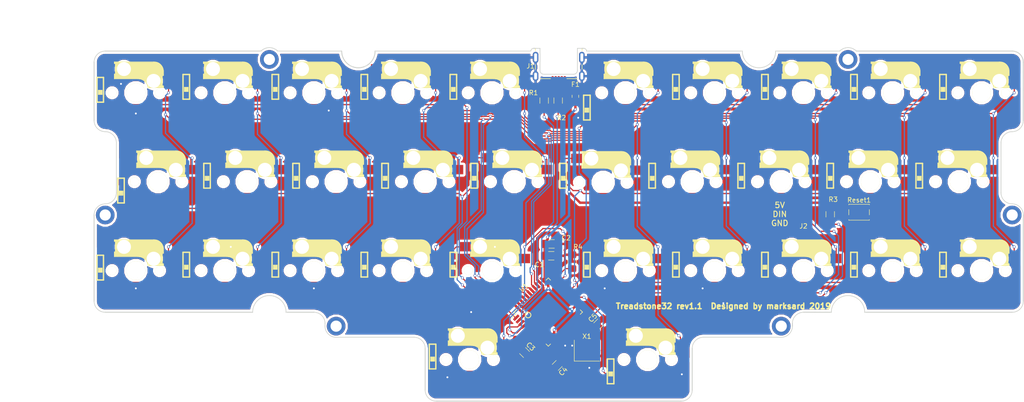
<source format=kicad_pcb>
(kicad_pcb (version 20171130) (host pcbnew "(5.0.0)")
  (title_block (title Treadstone32) (date 2019-06-12) (rev 1.1) (company marksard))
  (layers (0 F.Cu signal) (31 B.Cu signal) (34 B.Paste user) (35 F.Paste user) (36 B.SilkS user) (37 F.SilkS user) (38 B.Mask user) (39 F.Mask user) (44 Edge.Cuts user))
  (net 0 "")
  (net 1 VCC)
  (net 2 GND)
  (net 3 LED)
  (net 4 row4)
  (net 5 "Net-(C3-Pad2)")
  (net 6 "Net-(C4-Pad1)")
  (net 7 "Net-(C5-Pad1)")
  (net 8 row0)
  (net 9 "Net-(D1-Pad2)")
  (net 10 "Net-(D2-Pad2)")
  (net 11 row1)
  (net 12 row2)
  (net 13 "Net-(D3-Pad2)")
  (net 14 "Net-(D4-Pad2)")
  (net 15 "Net-(D5-Pad2)")
  (net 16 "Net-(D6-Pad2)")
  (net 17 "Net-(D7-Pad2)")
  (net 18 "Net-(D8-Pad2)")
  (net 19 "Net-(D9-Pad2)")
  (net 20 "Net-(D10-Pad2)")
  (net 21 "Net-(D11-Pad2)")
  (net 22 "Net-(D12-Pad2)")
  (net 23 "Net-(D13-Pad2)")
  (net 24 "Net-(D14-Pad2)")
  (net 25 "Net-(D15-Pad2)")
  (net 26 row3)
  (net 27 "Net-(D16-Pad2)")
  (net 28 "Net-(D17-Pad2)")
  (net 29 "Net-(D18-Pad2)")
  (net 30 row5)
  (net 31 "Net-(D19-Pad2)")
  (net 32 row6)
  (net 33 "Net-(D20-Pad2)")
  (net 34 row7)
  (net 35 "Net-(D21-Pad2)")
  (net 36 "Net-(D22-Pad2)")
  (net 37 "Net-(D23-Pad2)")
  (net 38 "Net-(D24-Pad2)")
  (net 39 "Net-(D25-Pad2)")
  (net 40 "Net-(D26-Pad2)")
  (net 41 "Net-(D27-Pad2)")
  (net 42 "Net-(D28-Pad2)")
  (net 43 "Net-(D29-Pad2)")
  (net 44 "Net-(D30-Pad2)")
  (net 45 "Net-(D31-Pad2)")
  (net 46 "Net-(D32-Pad2)")
  (net 47 "Net-(J1-Pad3)")
  (net 48 "Net-(J1-Pad2)")
  (net 49 "Net-(R1-Pad2)")
  (net 50 "Net-(R2-Pad2)")
  (net 51 "Net-(R3-Pad2)")
  (net 52 "Net-(R4-Pad1)")
  (net 53 col0)
  (net 54 col1)
  (net 55 col2)
  (net 56 col3)
  (net 57 col4)
  (net 58 "Net-(F1-Pad1)")
  (module kbd:CherryMX_Hotswap_front (layer F.Cu) (at 110.06606 105.30328)
    (fp_text reference SW3 hide)
    (fp_text value SW_PUSH hide)
    (pad "" np_thru_hole circle (at -5.08 0) (size 1.8 1.8) (drill 1.8) (layers *.Cu *.Mask F.SilkS))
    (pad "" np_thru_hole circle (at 5.08 0) (size 1.8 1.8) (drill 1.8) (layers *.Cu *.Mask F.SilkS))
    (pad "" np_thru_hole circle (at 0 0 90) (size 4 4) (drill 4) (layers *.Cu *.Mask F.SilkS))
    (pad "" np_thru_hole circle (at 3.81 -2.54 180) (size 3 3) (drill 3) (layers *.Cu *.Mask))
    (pad "" np_thru_hole circle (at -2.54 -5.08 180) (size 3 3) (drill 3) (layers *.Cu *.Mask))
    (pad 2 smd rect (at -5.7 -5.12 180) (size 2.3 2) (layers F.Cu F.Paste F.Mask) (net 13 "Net-(D3-Pad2)"))
    (pad 1 smd rect (at 7 -2.58 180) (size 2.3 2) (layers F.Cu F.Paste F.Mask) (net 53 col0))
  )
  (module kbd:CherryMX_Hotswap_front (layer F.Cu) (at 171.98012 86.2528)
    (fp_text reference SW11 hide)
    (fp_text value SW_PUSH hide)
    (pad "" np_thru_hole circle (at -5.08 0) (size 1.8 1.8) (drill 1.8) (layers *.Cu *.Mask F.SilkS))
    (pad "" np_thru_hole circle (at 5.08 0) (size 1.8 1.8) (drill 1.8) (layers *.Cu *.Mask F.SilkS))
    (pad "" np_thru_hole circle (at 0 0 90) (size 4 4) (drill 4) (layers *.Cu *.Mask F.SilkS))
    (pad "" np_thru_hole circle (at 3.81 -2.54 180) (size 3 3) (drill 3) (layers *.Cu *.Mask))
    (pad "" np_thru_hole circle (at -2.54 -5.08 180) (size 3 3) (drill 3) (layers *.Cu *.Mask))
    (pad 2 smd rect (at -5.7 -5.12 180) (size 2.3 2) (layers F.Cu F.Paste F.Mask) (net 21 "Net-(D11-Pad2)"))
    (pad 1 smd rect (at 7 -2.58 180) (size 2.3 2) (layers F.Cu F.Paste F.Mask) (net 56 col3))
  )
  (module kbd:CherryMX_Hotswap_front (layer F.Cu) (at 152.92964 86.2528)
    (fp_text reference SW8 hide)
    (fp_text value SW_PUSH hide)
    (pad 1 smd rect (at 7 -2.58 180) (size 2.3 2) (layers F.Cu F.Paste F.Mask) (net 55 col2))
    (pad 2 smd rect (at -5.7 -5.12 180) (size 2.3 2) (layers F.Cu F.Paste F.Mask) (net 18 "Net-(D8-Pad2)"))
    (pad "" np_thru_hole circle (at -2.54 -5.08 180) (size 3 3) (drill 3) (layers *.Cu *.Mask))
    (pad "" np_thru_hole circle (at 3.81 -2.54 180) (size 3 3) (drill 3) (layers *.Cu *.Mask))
    (pad "" np_thru_hole circle (at 0 0 90) (size 4 4) (drill 4) (layers *.Cu *.Mask F.SilkS))
    (pad "" np_thru_hole circle (at 5.08 0) (size 1.8 1.8) (drill 1.8) (layers *.Cu *.Mask F.SilkS))
    (pad "" np_thru_hole circle (at -5.08 0) (size 1.8 1.8) (drill 1.8) (layers *.Cu *.Mask F.SilkS))
  )
  (module kbd:CherryMX_Hotswap_front (layer F.Cu) (at 267.23252 86.2528)
    (fp_text reference SW28 hide)
    (fp_text value SW_PUSH hide)
    (pad "" np_thru_hole circle (at -5.08 0) (size 1.8 1.8) (drill 1.8) (layers *.Cu *.Mask F.SilkS))
    (pad "" np_thru_hole circle (at 5.08 0) (size 1.8 1.8) (drill 1.8) (layers *.Cu *.Mask F.SilkS))
    (pad "" np_thru_hole circle (at 0 0 90) (size 4 4) (drill 4) (layers *.Cu *.Mask F.SilkS))
    (pad "" np_thru_hole circle (at 3.81 -2.54 180) (size 3 3) (drill 3) (layers *.Cu *.Mask))
    (pad "" np_thru_hole circle (at -2.54 -5.08 180) (size 3 3) (drill 3) (layers *.Cu *.Mask))
    (pad 2 smd rect (at -5.7 -5.12 180) (size 2.3 2) (layers F.Cu F.Paste F.Mask) (net 42 "Net-(D28-Pad2)"))
    (pad 1 smd rect (at 7 -2.58 180) (size 2.3 2) (layers F.Cu F.Paste F.Mask) (net 56 col3))
  )
  (module kbd:CherryMX_Hotswap_front (layer F.Cu) (at 114.82868 86.2528)
    (fp_text reference SW2 hide)
    (fp_text value SW_PUSH hide)
    (pad 1 smd rect (at 7 -2.58 180) (size 2.3 2) (layers F.Cu F.Paste F.Mask) (net 53 col0))
    (pad 2 smd rect (at -5.7 -5.12 180) (size 2.3 2) (layers F.Cu F.Paste F.Mask) (net 10 "Net-(D2-Pad2)"))
    (pad "" np_thru_hole circle (at -2.54 -5.08 180) (size 3 3) (drill 3) (layers *.Cu *.Mask))
    (pad "" np_thru_hole circle (at 3.81 -2.54 180) (size 3 3) (drill 3) (layers *.Cu *.Mask))
    (pad "" np_thru_hole circle (at 0 0 90) (size 4 4) (drill 4) (layers *.Cu *.Mask F.SilkS))
    (pad "" np_thru_hole circle (at 5.08 0) (size 1.8 1.8) (drill 1.8) (layers *.Cu *.Mask F.SilkS))
    (pad "" np_thru_hole circle (at -5.08 0) (size 1.8 1.8) (drill 1.8) (layers *.Cu *.Mask F.SilkS))
  )
  (module kbd:CherryMX_Hotswap_front (layer F.Cu) (at 129.11654 67.20232)
    (fp_text reference SW4 hide)
    (fp_text value SW_PUSH hide)
    (pad "" np_thru_hole circle (at -5.08 0) (size 1.8 1.8) (drill 1.8) (layers *.Cu *.Mask F.SilkS))
    (pad "" np_thru_hole circle (at 5.08 0) (size 1.8 1.8) (drill 1.8) (layers *.Cu *.Mask F.SilkS))
    (pad "" np_thru_hole circle (at 0 0 90) (size 4 4) (drill 4) (layers *.Cu *.Mask F.SilkS))
    (pad "" np_thru_hole circle (at 3.81 -2.54 180) (size 3 3) (drill 3) (layers *.Cu *.Mask))
    (pad "" np_thru_hole circle (at -2.54 -5.08 180) (size 3 3) (drill 3) (layers *.Cu *.Mask))
    (pad 2 smd rect (at -5.7 -5.12 180) (size 2.3 2) (layers F.Cu F.Paste F.Mask) (net 14 "Net-(D4-Pad2)"))
    (pad 1 smd rect (at 7 -2.58 180) (size 2.3 2) (layers F.Cu F.Paste F.Mask) (net 54 col1))
  )
  (module Package_QFP:TQFP-44_10x10mm_P0.8mm (layer F.Cu) (at 198.32986 114.194 45)
    (fp_text reference U1 (at 0 -7.45 45) (layer F.SilkS))
    (fp_text value ATMEGA32U4)
    (pad 1 smd rect (at -5.7 -4 45) (size 1.5 0.55) (layers F.Cu F.Paste F.Mask) (net 12 row2))
    (pad 2 smd rect (at -5.7 -3.2 45) (size 1.5 0.55) (layers F.Cu F.Paste F.Mask) (net 1 VCC))
    (pad 3 smd rect (at -5.7 -2.4 45) (size 1.5 0.55) (layers F.Cu F.Paste F.Mask) (net 50 "Net-(R2-Pad2)"))
    (pad 4 smd rect (at -5.7 -1.6 45) (size 1.5 0.55) (layers F.Cu F.Paste F.Mask) (net 49 "Net-(R1-Pad2)"))
    (pad 5 smd rect (at -5.7 -0.8 45) (size 1.5 0.55) (layers F.Cu F.Paste F.Mask) (net 2 GND))
    (pad 6 smd rect (at -5.7 0 45) (size 1.5 0.55) (layers F.Cu F.Paste F.Mask) (net 5 "Net-(C3-Pad2)"))
    (pad 7 smd rect (at -5.7 0.8 45) (size 1.5 0.55) (layers F.Cu F.Paste F.Mask) (net 1 VCC))
    (pad 8 smd rect (at -5.7 1.6 45) (size 1.5 0.55) (layers F.Cu F.Paste F.Mask))
    (pad 9 smd rect (at -5.7 2.4 45) (size 1.5 0.55) (layers F.Cu F.Paste F.Mask))
    (pad 10 smd rect (at -5.7 3.2 45) (size 1.5 0.55) (layers F.Cu F.Paste F.Mask) (net 26 row3))
    (pad 11 smd rect (at -5.7 4 45) (size 1.5 0.55) (layers F.Cu F.Paste F.Mask))
    (pad 12 smd rect (at -4 5.7 135) (size 1.5 0.55) (layers F.Cu F.Paste F.Mask))
    (pad 13 smd rect (at -3.2 5.7 135) (size 1.5 0.55) (layers F.Cu F.Paste F.Mask) (net 51 "Net-(R3-Pad2)"))
    (pad 14 smd rect (at -2.4 5.7 135) (size 1.5 0.55) (layers F.Cu F.Paste F.Mask) (net 1 VCC))
    (pad 15 smd rect (at -1.6 5.7 135) (size 1.5 0.55) (layers F.Cu F.Paste F.Mask) (net 2 GND))
    (pad 16 smd rect (at -0.8 5.7 135) (size 1.5 0.55) (layers F.Cu F.Paste F.Mask) (net 6 "Net-(C4-Pad1)"))
    (pad 17 smd rect (at 0 5.7 135) (size 1.5 0.55) (layers F.Cu F.Paste F.Mask) (net 7 "Net-(C5-Pad1)"))
    (pad 18 smd rect (at 0.8 5.7 135) (size 1.5 0.55) (layers F.Cu F.Paste F.Mask))
    (pad 19 smd rect (at 1.6 5.7 135) (size 1.5 0.55) (layers F.Cu F.Paste F.Mask))
    (pad 20 smd rect (at 2.4 5.7 135) (size 1.5 0.55) (layers F.Cu F.Paste F.Mask))
    (pad 21 smd rect (at 3.2 5.7 135) (size 1.5 0.55) (layers F.Cu F.Paste F.Mask) (net 3 LED))
    (pad 22 smd rect (at 4 5.7 135) (size 1.5 0.55) (layers F.Cu F.Paste F.Mask))
    (pad 23 smd rect (at 5.7 4 45) (size 1.5 0.55) (layers F.Cu F.Paste F.Mask) (net 2 GND))
    (pad 24 smd rect (at 5.7 3.2 45) (size 1.5 0.55) (layers F.Cu F.Paste F.Mask) (net 1 VCC))
    (pad 25 smd rect (at 5.7 2.4 45) (size 1.5 0.55) (layers F.Cu F.Paste F.Mask) (net 34 row7))
    (pad 26 smd rect (at 5.7 1.6 45) (size 1.5 0.55) (layers F.Cu F.Paste F.Mask) (net 32 row6))
    (pad 27 smd rect (at 5.7 0.8 45) (size 1.5 0.55) (layers F.Cu F.Paste F.Mask) (net 30 row5))
    (pad 28 smd rect (at 5.7 0 45) (size 1.5 0.55) (layers F.Cu F.Paste F.Mask) (net 4 row4))
    (pad 29 smd rect (at 5.7 -0.8 45) (size 1.5 0.55) (layers F.Cu F.Paste F.Mask))
    (pad 30 smd rect (at 5.7 -1.6 45) (size 1.5 0.55) (layers F.Cu F.Paste F.Mask))
    (pad 31 smd rect (at 5.7 -2.4 45) (size 1.5 0.55) (layers F.Cu F.Paste F.Mask))
    (pad 32 smd rect (at 5.7 -3.2 45) (size 1.5 0.55) (layers F.Cu F.Paste F.Mask) (net 57 col4))
    (pad 33 smd rect (at 5.7 -4 45) (size 1.5 0.55) (layers F.Cu F.Paste F.Mask) (net 52 "Net-(R4-Pad1)"))
    (pad 34 smd rect (at 4 -5.7 135) (size 1.5 0.55) (layers F.Cu F.Paste F.Mask) (net 1 VCC))
    (pad 35 smd rect (at 3.2 -5.7 135) (size 1.5 0.55) (layers F.Cu F.Paste F.Mask) (net 2 GND))
    (pad 36 smd rect (at 2.4 -5.7 135) (size 1.5 0.55) (layers F.Cu F.Paste F.Mask) (net 56 col3))
    (pad 37 smd rect (at 1.6 -5.7 135) (size 1.5 0.55) (layers F.Cu F.Paste F.Mask) (net 55 col2))
    (pad 38 smd rect (at 0.8 -5.7 135) (size 1.5 0.55) (layers F.Cu F.Paste F.Mask) (net 54 col1))
    (pad 39 smd rect (at 0 -5.7 135) (size 1.5 0.55) (layers F.Cu F.Paste F.Mask) (net 53 col0))
    (pad 40 smd rect (at -0.8 -5.7 135) (size 1.5 0.55) (layers F.Cu F.Paste F.Mask) (net 8 row0))
    (pad 41 smd rect (at -1.6 -5.7 135) (size 1.5 0.55) (layers F.Cu F.Paste F.Mask) (net 11 row1))
    (pad 42 smd rect (at -2.4 -5.7 135) (size 1.5 0.55) (layers F.Cu F.Paste F.Mask))
    (pad 43 smd rect (at -3.2 -5.7 135) (size 1.5 0.55) (layers F.Cu F.Paste F.Mask) (net 2 GND))
    (pad 44 smd rect (at -4 -5.7 135) (size 1.5 0.55) (layers F.Cu F.Paste F.Mask) (net 1 VCC))
  )
  (module kbd:CherryMX_Hotswap_front (layer F.Cu) (at 219.60632 124.35376)
    (fp_text reference SW20 hide)
    (fp_text value SW_PUSH hide)
    (pad 1 smd rect (at 7 -2.58 180) (size 2.3 2) (layers F.Cu F.Paste F.Mask) (net 53 col0))
    (pad 2 smd rect (at -5.7 -5.12 180) (size 2.3 2) (layers F.Cu F.Paste F.Mask) (net 33 "Net-(D20-Pad2)"))
    (pad "" np_thru_hole circle (at -2.54 -5.08 180) (size 3 3) (drill 3) (layers *.Cu *.Mask))
    (pad "" np_thru_hole circle (at 3.81 -2.54 180) (size 3 3) (drill 3) (layers *.Cu *.Mask))
    (pad "" np_thru_hole circle (at 0 0 90) (size 4 4) (drill 4) (layers *.Cu *.Mask F.SilkS))
    (pad "" np_thru_hole circle (at 5.08 0) (size 1.8 1.8) (drill 1.8) (layers *.Cu *.Mask F.SilkS))
    (pad "" np_thru_hole circle (at -5.08 0) (size 1.8 1.8) (drill 1.8) (layers *.Cu *.Mask F.SilkS))
  )
  (module Button_Switch_SMD:SW_SPST_PTS810 (layer F.Cu) (at 264.83486 92.799)
    (fp_text reference Reset1 (at 0 -2.6) (layer F.SilkS))
    (fp_text value Reset)
    (pad 1 smd rect (at -2.075 -1.075) (size 1.05 0.65) (layers F.Cu F.Paste F.Mask) (net 2 GND))
    (pad 1 smd rect (at 2.075 -1.075) (size 1.05 0.65) (layers F.Cu F.Paste F.Mask) (net 2 GND))
    (pad 2 smd rect (at -2.075 1.075) (size 1.05 0.65) (layers F.Cu F.Paste F.Mask) (net 51 "Net-(R3-Pad2)"))
    (pad 2 smd rect (at 2.075 1.075) (size 1.05 0.65) (layers F.Cu F.Paste F.Mask) (net 51 "Net-(R3-Pad2)"))
  )
  (module kbd:MOLEX_47642-0001_HandSoldering_cuts (layer F.Cu) (at 200.55584 61.429 180)
    (fp_text reference J1 (at 6.03598 -0.06 180) (layer F.SilkS))
    (fp_text value USB_mini_micro_B)
    (fp_arc (start 3.2 -1) (end 4 -1) (angle -90) (layer Edge.Cuts) (width 0.15))
    (fp_arc (start -3.2 -1) (end -3.2 -1.8) (angle -90) (layer Edge.Cuts) (width 0.15))
    (fp_line (start -3.2 -1.8) (end 3.2 -1.8) (layer Edge.Cuts) (width 0.15))
    (fp_line (start 4 -1) (end 4 3.7) (layer Edge.Cuts) (width 0.15))
    (fp_line (start -4 -1) (end -4 3.7) (layer Edge.Cuts) (width 0.15))
    (fp_line (start 4 3.75) (end 5 3.75) (layer Edge.Cuts) (width 0.15))
    (fp_line (start -4 3.75) (end -5 3.75) (layer Edge.Cuts) (width 0.15))
    (pad 6 thru_hole oval (at 4.95 1.8 180) (size 1.2 2.4) (drill oval 0.6 1.8) (layers *.Cu *.Mask) (net 2 GND))
    (pad 6 thru_hole oval (at 4.95 -2.2 180) (size 1.2 2.1) (drill oval 0.6 1.5) (layers *.Cu *.Mask) (net 2 GND))
    (pad 1 smd rect (at -1.3 -2.75 180) (size 0.4 1.1) (layers F.Cu F.Paste F.Mask) (net 58 "Net-(F1-Pad1)"))
    (pad 6 thru_hole oval (at -4.95 1.8 180) (size 1.2 2.4) (drill oval 0.6 1.8) (layers *.Cu *.Mask) (net 2 GND))
    (pad 6 thru_hole oval (at -4.95 -2.2 180) (size 1.2 2.1) (drill oval 0.6 1.5) (layers *.Cu *.Mask) (net 2 GND))
    (pad 2 smd rect (at -0.65 -2.75 180) (size 0.4 1.1) (layers F.Cu F.Paste F.Mask) (net 48 "Net-(J1-Pad2)"))
    (pad 3 smd rect (at 0 -2.75 180) (size 0.4 1.1) (layers F.Cu F.Paste F.Mask) (net 47 "Net-(J1-Pad3)"))
    (pad 4 smd rect (at 0.65 -2.75 180) (size 0.4 1.1) (layers F.Cu F.Paste F.Mask))
    (pad 5 smd rect (at 1.3 -2.75 180) (size 0.4 1.1) (layers F.Cu F.Paste F.Mask) (net 2 GND))
  )
  (module kbd:StripLED_front (layer F.Cu) (at 250.83383 95.84238 180)
    (fp_text reference J2 (at -2.10603 0.06338) (layer F.SilkS))
    (fp_text value Conn_01x03 hide)
    (pad 1 smd rect (at 0 0 180) (size 1.524 1.524) (layers F.Cu F.Paste F.Mask) (net 2 GND))
    (pad 2 smd rect (at 0 2.54 180) (size 1.524 1.524) (layers F.Cu F.Paste F.Mask) (net 3 LED))
    (pad 3 smd rect (at 0 5.08 180) (size 1.524 1.524) (layers F.Cu F.Paste F.Mask) (net 1 VCC))
  )
  (module Capacitor_SMD:C_1206_3216Metric_Pad1.42x1.75mm_HandSolder (layer F.Cu) (at 199.03486 99.589)
    (fp_text reference C2 (at 3.105 -1.27) (layer F.SilkS))
    (fp_text value 1uF)
    (pad 1 smd roundrect (at -1.4875 0) (size 1.425 1.75) (layers F.Cu F.Paste F.Mask) (roundrect_rratio 0.175439) (net 1 VCC))
    (pad 2 smd roundrect (at 1.4875 0) (size 1.425 1.75) (layers F.Cu F.Paste F.Mask) (roundrect_rratio 0.175439) (net 2 GND))
  )
  (module Capacitor_SMD:C_1206_3216Metric_Pad1.42x1.75mm_HandSolder (layer F.Cu) (at 198.96486 102.129)
    (fp_text reference C1 (at -2.54 1.905) (layer F.SilkS))
    (fp_text value 0.1uF)
    (pad 1 smd roundrect (at -1.4875 0) (size 1.425 1.75) (layers F.Cu F.Paste F.Mask) (roundrect_rratio 0.175439) (net 1 VCC))
    (pad 2 smd roundrect (at 1.4875 0) (size 1.425 1.75) (layers F.Cu F.Paste F.Mask) (roundrect_rratio 0.175439) (net 2 GND))
  )
  (module Capacitor_SMD:C_1206_3216Metric_Pad1.42x1.75mm_HandSolder (layer F.Cu) (at 193.24986 122.8665 315)
    (fp_text reference C3 (at 0 -1.82 315) (layer F.SilkS))
    (fp_text value 1uF)
    (pad 1 smd roundrect (at -1.4875 0 315) (size 1.425 1.75) (layers F.Cu F.Paste F.Mask) (roundrect_rratio 0.175439) (net 2 GND))
    (pad 2 smd roundrect (at 1.4875 0 315) (size 1.425 1.75) (layers F.Cu F.Paste F.Mask) (roundrect_rratio 0.175439) (net 5 "Net-(C3-Pad2)"))
  )
  (module Capacitor_SMD:C_1206_3216Metric_Pad1.42x1.75mm_HandSolder (layer F.Cu) (at 200.23486 125.624 225)
    (fp_text reference C4 (at 0 -1.82 225) (layer F.SilkS))
    (fp_text value 22pF)
    (pad 2 smd roundrect (at 1.4875 0 225) (size 1.425 1.75) (layers F.Cu F.Paste F.Mask) (roundrect_rratio 0.175439) (net 2 GND))
    (pad 1 smd roundrect (at -1.4875 0 225) (size 1.425 1.75) (layers F.Cu F.Paste F.Mask) (roundrect_rratio 0.175439) (net 6 "Net-(C4-Pad1)"))
  )
  (module Capacitor_SMD:C_1206_3216Metric_Pad1.42x1.75mm_HandSolder (layer F.Cu) (at 209.12486 116.734 45)
    (fp_text reference C5 (at 0 -1.82 45) (layer F.SilkS))
    (fp_text value 22pF)
    (pad 1 smd roundrect (at -1.4875 0 45) (size 1.425 1.75) (layers F.Cu F.Paste F.Mask) (roundrect_rratio 0.175439) (net 7 "Net-(C5-Pad1)"))
    (pad 2 smd roundrect (at 1.4875 0 45) (size 1.425 1.75) (layers F.Cu F.Paste F.Mask) (roundrect_rratio 0.175439) (net 2 GND))
  )
  (module Resistor_SMD:R_1206_3216Metric_Pad1.42x1.75mm_HandSolder (layer F.Cu) (at 258.65486 93.239 270)
    (fp_text reference R3 (at -3.175 -0.635) (layer F.SilkS))
    (fp_text value 10k)
    (pad 2 smd roundrect (at 1.4875 0 270) (size 1.425 1.75) (layers F.Cu F.Paste F.Mask) (roundrect_rratio 0.175439) (net 51 "Net-(R3-Pad2)"))
    (pad 1 smd roundrect (at -1.4875 0 270) (size 1.425 1.75) (layers F.Cu F.Paste F.Mask) (roundrect_rratio 0.175439) (net 1 VCC))
  )
  (module Resistor_SMD:R_1206_3216Metric_Pad1.42x1.75mm_HandSolder (layer F.Cu) (at 203.43986 103.3915 90)
    (fp_text reference R4 (at 3.1675 1.24 180) (layer F.SilkS))
    (fp_text value 10k)
    (pad 1 smd roundrect (at -1.4875 0 90) (size 1.425 1.75) (layers F.Cu F.Paste F.Mask) (roundrect_rratio 0.175439) (net 52 "Net-(R4-Pad1)"))
    (pad 2 smd roundrect (at 1.4875 0 90) (size 1.425 1.75) (layers F.Cu F.Paste F.Mask) (roundrect_rratio 0.175439) (net 2 GND))
  )
  (module kbd:CherryMX_Hotswap_front (layer F.Cu) (at 110.06606 67.20232)
    (fp_text reference SW1 hide)
    (fp_text value SW_PUSH hide)
    (pad 1 smd rect (at 7 -2.58 180) (size 2.3 2) (layers F.Cu F.Paste F.Mask) (net 53 col0))
    (pad 2 smd rect (at -5.7 -5.12 180) (size 2.3 2) (layers F.Cu F.Paste F.Mask) (net 9 "Net-(D1-Pad2)"))
    (pad "" np_thru_hole circle (at -2.54 -5.08 180) (size 3 3) (drill 3) (layers *.Cu *.Mask))
    (pad "" np_thru_hole circle (at 3.81 -2.54 180) (size 3 3) (drill 3) (layers *.Cu *.Mask))
    (pad "" np_thru_hole circle (at 0 0 90) (size 4 4) (drill 4) (layers *.Cu *.Mask F.SilkS))
    (pad "" np_thru_hole circle (at 5.08 0) (size 1.8 1.8) (drill 1.8) (layers *.Cu *.Mask F.SilkS))
    (pad "" np_thru_hole circle (at -5.08 0) (size 1.8 1.8) (drill 1.8) (layers *.Cu *.Mask F.SilkS))
  )
  (module kbd:CherryMX_Hotswap_front (layer F.Cu) (at 133.87916 86.2528)
    (fp_text reference SW5 hide)
    (fp_text value SW_PUSH hide)
    (pad "" np_thru_hole circle (at -5.08 0) (size 1.8 1.8) (drill 1.8) (layers *.Cu *.Mask F.SilkS))
    (pad "" np_thru_hole circle (at 5.08 0) (size 1.8 1.8) (drill 1.8) (layers *.Cu *.Mask F.SilkS))
    (pad "" np_thru_hole circle (at 0 0 90) (size 4 4) (drill 4) (layers *.Cu *.Mask F.SilkS))
    (pad "" np_thru_hole circle (at 3.81 -2.54 180) (size 3 3) (drill 3) (layers *.Cu *.Mask))
    (pad "" np_thru_hole circle (at -2.54 -5.08 180) (size 3 3) (drill 3) (layers *.Cu *.Mask))
    (pad 2 smd rect (at -5.7 -5.12 180) (size 2.3 2) (layers F.Cu F.Paste F.Mask) (net 15 "Net-(D5-Pad2)"))
    (pad 1 smd rect (at 7 -2.58 180) (size 2.3 2) (layers F.Cu F.Paste F.Mask) (net 54 col1))
  )
  (module kbd:CherryMX_Hotswap_front (layer F.Cu) (at 129.11654 105.30328)
    (fp_text reference SW6 hide)
    (fp_text value SW_PUSH hide)
    (pad 1 smd rect (at 7 -2.58 180) (size 2.3 2) (layers F.Cu F.Paste F.Mask) (net 54 col1))
    (pad 2 smd rect (at -5.7 -5.12 180) (size 2.3 2) (layers F.Cu F.Paste F.Mask) (net 16 "Net-(D6-Pad2)"))
    (pad "" np_thru_hole circle (at -2.54 -5.08 180) (size 3 3) (drill 3) (layers *.Cu *.Mask))
    (pad "" np_thru_hole circle (at 3.81 -2.54 180) (size 3 3) (drill 3) (layers *.Cu *.Mask))
    (pad "" np_thru_hole circle (at 0 0 90) (size 4 4) (drill 4) (layers *.Cu *.Mask F.SilkS))
    (pad "" np_thru_hole circle (at 5.08 0) (size 1.8 1.8) (drill 1.8) (layers *.Cu *.Mask F.SilkS))
    (pad "" np_thru_hole circle (at -5.08 0) (size 1.8 1.8) (drill 1.8) (layers *.Cu *.Mask F.SilkS))
  )
  (module kbd:CherryMX_Hotswap_front (layer F.Cu) (at 148.16702 67.20232)
    (fp_text reference SW7 hide)
    (fp_text value SW_PUSH hide)
    (pad 1 smd rect (at 7 -2.58 180) (size 2.3 2) (layers F.Cu F.Paste F.Mask) (net 55 col2))
    (pad 2 smd rect (at -5.7 -5.12 180) (size 2.3 2) (layers F.Cu F.Paste F.Mask) (net 17 "Net-(D7-Pad2)"))
    (pad "" np_thru_hole circle (at -2.54 -5.08 180) (size 3 3) (drill 3) (layers *.Cu *.Mask))
    (pad "" np_thru_hole circle (at 3.81 -2.54 180) (size 3 3) (drill 3) (layers *.Cu *.Mask))
    (pad "" np_thru_hole circle (at 0 0 90) (size 4 4) (drill 4) (layers *.Cu *.Mask F.SilkS))
    (pad "" np_thru_hole circle (at 5.08 0) (size 1.8 1.8) (drill 1.8) (layers *.Cu *.Mask F.SilkS))
    (pad "" np_thru_hole circle (at -5.08 0) (size 1.8 1.8) (drill 1.8) (layers *.Cu *.Mask F.SilkS))
  )
  (module kbd:CherryMX_Hotswap_front (layer F.Cu) (at 148.16702 105.30328)
    (fp_text reference SW9 hide)
    (fp_text value SW_PUSH hide)
    (pad "" np_thru_hole circle (at -5.08 0) (size 1.8 1.8) (drill 1.8) (layers *.Cu *.Mask F.SilkS))
    (pad "" np_thru_hole circle (at 5.08 0) (size 1.8 1.8) (drill 1.8) (layers *.Cu *.Mask F.SilkS))
    (pad "" np_thru_hole circle (at 0 0 90) (size 4 4) (drill 4) (layers *.Cu *.Mask F.SilkS))
    (pad "" np_thru_hole circle (at 3.81 -2.54 180) (size 3 3) (drill 3) (layers *.Cu *.Mask))
    (pad "" np_thru_hole circle (at -2.54 -5.08 180) (size 3 3) (drill 3) (layers *.Cu *.Mask))
    (pad 2 smd rect (at -5.7 -5.12 180) (size 2.3 2) (layers F.Cu F.Paste F.Mask) (net 19 "Net-(D9-Pad2)"))
    (pad 1 smd rect (at 7 -2.58 180) (size 2.3 2) (layers F.Cu F.Paste F.Mask) (net 55 col2))
  )
  (module kbd:CherryMX_Hotswap_front (layer F.Cu) (at 167.2175 67.20232)
    (fp_text reference SW10 hide)
    (fp_text value SW_PUSH hide)
    (pad "" np_thru_hole circle (at -5.08 0) (size 1.8 1.8) (drill 1.8) (layers *.Cu *.Mask F.SilkS))
    (pad "" np_thru_hole circle (at 5.08 0) (size 1.8 1.8) (drill 1.8) (layers *.Cu *.Mask F.SilkS))
    (pad "" np_thru_hole circle (at 0 0 90) (size 4 4) (drill 4) (layers *.Cu *.Mask F.SilkS))
    (pad "" np_thru_hole circle (at 3.81 -2.54 180) (size 3 3) (drill 3) (layers *.Cu *.Mask))
    (pad "" np_thru_hole circle (at -2.54 -5.08 180) (size 3 3) (drill 3) (layers *.Cu *.Mask))
    (pad 2 smd rect (at -5.7 -5.12 180) (size 2.3 2) (layers F.Cu F.Paste F.Mask) (net 20 "Net-(D10-Pad2)"))
    (pad 1 smd rect (at 7 -2.58 180) (size 2.3 2) (layers F.Cu F.Paste F.Mask) (net 56 col3))
  )
  (module kbd:CherryMX_Hotswap_front (layer F.Cu) (at 167.2175 105.30328)
    (fp_text reference SW12 hide)
    (fp_text value SW_PUSH hide)
    (pad "" np_thru_hole circle (at -5.08 0) (size 1.8 1.8) (drill 1.8) (layers *.Cu *.Mask F.SilkS))
    (pad "" np_thru_hole circle (at 5.08 0) (size 1.8 1.8) (drill 1.8) (layers *.Cu *.Mask F.SilkS))
    (pad "" np_thru_hole circle (at 0 0 90) (size 4 4) (drill 4) (layers *.Cu *.Mask F.SilkS))
    (pad "" np_thru_hole circle (at 3.81 -2.54 180) (size 3 3) (drill 3) (layers *.Cu *.Mask))
    (pad "" np_thru_hole circle (at -2.54 -5.08 180) (size 3 3) (drill 3) (layers *.Cu *.Mask))
    (pad 2 smd rect (at -5.7 -5.12 180) (size 2.3 2) (layers F.Cu F.Paste F.Mask) (net 22 "Net-(D12-Pad2)"))
    (pad 1 smd rect (at 7 -2.58 180) (size 2.3 2) (layers F.Cu F.Paste F.Mask) (net 56 col3))
  )
  (module kbd:CherryMX_Hotswap_front (layer F.Cu) (at 186.26798 67.20232)
    (fp_text reference SW13 hide)
    (fp_text value SW_PUSH hide)
    (pad 1 smd rect (at 7 -2.58 180) (size 2.3 2) (layers F.Cu F.Paste F.Mask) (net 57 col4))
    (pad 2 smd rect (at -5.7 -5.12 180) (size 2.3 2) (layers F.Cu F.Paste F.Mask) (net 23 "Net-(D13-Pad2)"))
    (pad "" np_thru_hole circle (at -2.54 -5.08 180) (size 3 3) (drill 3) (layers *.Cu *.Mask))
    (pad "" np_thru_hole circle (at 3.81 -2.54 180) (size 3 3) (drill 3) (layers *.Cu *.Mask))
    (pad "" np_thru_hole circle (at 0 0 90) (size 4 4) (drill 4) (layers *.Cu *.Mask F.SilkS))
    (pad "" np_thru_hole circle (at 5.08 0) (size 1.8 1.8) (drill 1.8) (layers *.Cu *.Mask F.SilkS))
    (pad "" np_thru_hole circle (at -5.08 0) (size 1.8 1.8) (drill 1.8) (layers *.Cu *.Mask F.SilkS))
  )
  (module kbd:CherryMX_Hotswap_front (layer F.Cu) (at 191.0306 86.2528)
    (fp_text reference SW14 hide)
    (fp_text value SW_PUSH hide)
    (pad 1 smd rect (at 7 -2.58 180) (size 2.3 2) (layers F.Cu F.Paste F.Mask) (net 57 col4))
    (pad 2 smd rect (at -5.7 -5.12 180) (size 2.3 2) (layers F.Cu F.Paste F.Mask) (net 24 "Net-(D14-Pad2)"))
    (pad "" np_thru_hole circle (at -2.54 -5.08 180) (size 3 3) (drill 3) (layers *.Cu *.Mask))
    (pad "" np_thru_hole circle (at 3.81 -2.54 180) (size 3 3) (drill 3) (layers *.Cu *.Mask))
    (pad "" np_thru_hole circle (at 0 0 90) (size 4 4) (drill 4) (layers *.Cu *.Mask F.SilkS))
    (pad "" np_thru_hole circle (at 5.08 0) (size 1.8 1.8) (drill 1.8) (layers *.Cu *.Mask F.SilkS))
    (pad "" np_thru_hole circle (at -5.08 0) (size 1.8 1.8) (drill 1.8) (layers *.Cu *.Mask F.SilkS))
  )
  (module kbd:CherryMX_Hotswap_front (layer F.Cu) (at 186.26798 105.30328)
    (fp_text reference SW15 hide)
    (fp_text value SW_PUSH hide)
    (pad 1 smd rect (at 7 -2.58 180) (size 2.3 2) (layers F.Cu F.Paste F.Mask) (net 57 col4))
    (pad 2 smd rect (at -5.7 -5.12 180) (size 2.3 2) (layers F.Cu F.Paste F.Mask) (net 25 "Net-(D15-Pad2)"))
    (pad "" np_thru_hole circle (at -2.54 -5.08 180) (size 3 3) (drill 3) (layers *.Cu *.Mask))
    (pad "" np_thru_hole circle (at 3.81 -2.54 180) (size 3 3) (drill 3) (layers *.Cu *.Mask))
    (pad "" np_thru_hole circle (at 0 0 90) (size 4 4) (drill 4) (layers *.Cu *.Mask F.SilkS))
    (pad "" np_thru_hole circle (at 5.08 0) (size 1.8 1.8) (drill 1.8) (layers *.Cu *.Mask F.SilkS))
    (pad "" np_thru_hole circle (at -5.08 0) (size 1.8 1.8) (drill 1.8) (layers *.Cu *.Mask F.SilkS))
  )
  (module kbd:CherryMX_Hotswap_front (layer F.Cu) (at 181.50536 124.35376)
    (fp_text reference SW16 hide)
    (fp_text value SW_PUSH hide)
    (pad 1 smd rect (at 7 -2.58 180) (size 2.3 2) (layers F.Cu F.Paste F.Mask) (net 57 col4))
    (pad 2 smd rect (at -5.7 -5.12 180) (size 2.3 2) (layers F.Cu F.Paste F.Mask) (net 27 "Net-(D16-Pad2)"))
    (pad "" np_thru_hole circle (at -2.54 -5.08 180) (size 3 3) (drill 3) (layers *.Cu *.Mask))
    (pad "" np_thru_hole circle (at 3.81 -2.54 180) (size 3 3) (drill 3) (layers *.Cu *.Mask))
    (pad "" np_thru_hole circle (at 0 0 90) (size 4 4) (drill 4) (layers *.Cu *.Mask F.SilkS))
    (pad "" np_thru_hole circle (at 5.08 0) (size 1.8 1.8) (drill 1.8) (layers *.Cu *.Mask F.SilkS))
    (pad "" np_thru_hole circle (at -5.08 0) (size 1.8 1.8) (drill 1.8) (layers *.Cu *.Mask F.SilkS))
  )
  (module kbd:CherryMX_Hotswap_front (layer F.Cu) (at 214.8437 67.20232)
    (fp_text reference SW17 hide)
    (fp_text value SW_PUSH hide)
    (pad "" np_thru_hole circle (at -5.08 0) (size 1.8 1.8) (drill 1.8) (layers *.Cu *.Mask F.SilkS))
    (pad "" np_thru_hole circle (at 5.08 0) (size 1.8 1.8) (drill 1.8) (layers *.Cu *.Mask F.SilkS))
    (pad "" np_thru_hole circle (at 0 0 90) (size 4 4) (drill 4) (layers *.Cu *.Mask F.SilkS))
    (pad "" np_thru_hole circle (at 3.81 -2.54 180) (size 3 3) (drill 3) (layers *.Cu *.Mask))
    (pad "" np_thru_hole circle (at -2.54 -5.08 180) (size 3 3) (drill 3) (layers *.Cu *.Mask))
    (pad 2 smd rect (at -5.7 -5.12 180) (size 2.3 2) (layers F.Cu F.Paste F.Mask) (net 28 "Net-(D17-Pad2)"))
    (pad 1 smd rect (at 7 -2.58 180) (size 2.3 2) (layers F.Cu F.Paste F.Mask) (net 53 col0))
  )
  (module kbd:CherryMX_Hotswap_front (layer F.Cu) (at 210.08108 86.382911)
    (fp_text reference SW18 hide)
    (fp_text value SW_PUSH hide)
    (pad "" np_thru_hole circle (at -5.08 0) (size 1.8 1.8) (drill 1.8) (layers *.Cu *.Mask F.SilkS))
    (pad "" np_thru_hole circle (at 5.08 0) (size 1.8 1.8) (drill 1.8) (layers *.Cu *.Mask F.SilkS))
    (pad "" np_thru_hole circle (at 0 0 90) (size 4 4) (drill 4) (layers *.Cu *.Mask F.SilkS))
    (pad "" np_thru_hole circle (at 3.81 -2.54 180) (size 3 3) (drill 3) (layers *.Cu *.Mask))
    (pad "" np_thru_hole circle (at -2.54 -5.08 180) (size 3 3) (drill 3) (layers *.Cu *.Mask))
    (pad 2 smd rect (at -5.7 -5.12 180) (size 2.3 2) (layers F.Cu F.Paste F.Mask) (net 29 "Net-(D18-Pad2)"))
    (pad 1 smd rect (at 7 -2.58 180) (size 2.3 2) (layers F.Cu F.Paste F.Mask) (net 53 col0))
  )
  (module kbd:CherryMX_Hotswap_front (layer F.Cu) (at 214.8437 105.30328)
    (fp_text reference SW19 hide)
    (fp_text value SW_PUSH hide)
    (pad "" np_thru_hole circle (at -5.08 0) (size 1.8 1.8) (drill 1.8) (layers *.Cu *.Mask F.SilkS))
    (pad "" np_thru_hole circle (at 5.08 0) (size 1.8 1.8) (drill 1.8) (layers *.Cu *.Mask F.SilkS))
    (pad "" np_thru_hole circle (at 0 0 90) (size 4 4) (drill 4) (layers *.Cu *.Mask F.SilkS))
    (pad "" np_thru_hole circle (at 3.81 -2.54 180) (size 3 3) (drill 3) (layers *.Cu *.Mask))
    (pad "" np_thru_hole circle (at -2.54 -5.08 180) (size 3 3) (drill 3) (layers *.Cu *.Mask))
    (pad 2 smd rect (at -5.7 -5.12 180) (size 2.3 2) (layers F.Cu F.Paste F.Mask) (net 31 "Net-(D19-Pad2)"))
    (pad 1 smd rect (at 7 -2.58 180) (size 2.3 2) (layers F.Cu F.Paste F.Mask) (net 53 col0))
  )
  (module kbd:CherryMX_Hotswap_front (layer F.Cu) (at 233.89418 67.20232)
    (fp_text reference SW21 hide)
    (fp_text value SW_PUSH hide)
    (pad 1 smd rect (at 7 -2.58 180) (size 2.3 2) (layers F.Cu F.Paste F.Mask) (net 54 col1))
    (pad 2 smd rect (at -5.7 -5.12 180) (size 2.3 2) (layers F.Cu F.Paste F.Mask) (net 35 "Net-(D21-Pad2)"))
    (pad "" np_thru_hole circle (at -2.54 -5.08 180) (size 3 3) (drill 3) (layers *.Cu *.Mask))
    (pad "" np_thru_hole circle (at 3.81 -2.54 180) (size 3 3) (drill 3) (layers *.Cu *.Mask))
    (pad "" np_thru_hole circle (at 0 0 90) (size 4 4) (drill 4) (layers *.Cu *.Mask F.SilkS))
    (pad "" np_thru_hole circle (at 5.08 0) (size 1.8 1.8) (drill 1.8) (layers *.Cu *.Mask F.SilkS))
    (pad "" np_thru_hole circle (at -5.08 0) (size 1.8 1.8) (drill 1.8) (layers *.Cu *.Mask F.SilkS))
  )
  (module kbd:CherryMX_Hotswap_front (layer F.Cu) (at 229.13156 86.2528)
    (fp_text reference SW22 hide)
    (fp_text value SW_PUSH hide)
    (pad 1 smd rect (at 7 -2.58 180) (size 2.3 2) (layers F.Cu F.Paste F.Mask) (net 54 col1))
    (pad 2 smd rect (at -5.7 -5.12 180) (size 2.3 2) (layers F.Cu F.Paste F.Mask) (net 36 "Net-(D22-Pad2)"))
    (pad "" np_thru_hole circle (at -2.54 -5.08 180) (size 3 3) (drill 3) (layers *.Cu *.Mask))
    (pad "" np_thru_hole circle (at 3.81 -2.54 180) (size 3 3) (drill 3) (layers *.Cu *.Mask))
    (pad "" np_thru_hole circle (at 0 0 90) (size 4 4) (drill 4) (layers *.Cu *.Mask F.SilkS))
    (pad "" np_thru_hole circle (at 5.08 0) (size 1.8 1.8) (drill 1.8) (layers *.Cu *.Mask F.SilkS))
    (pad "" np_thru_hole circle (at -5.08 0) (size 1.8 1.8) (drill 1.8) (layers *.Cu *.Mask F.SilkS))
  )
  (module kbd:CherryMX_Hotswap_front (layer F.Cu) (at 233.89418 105.30328)
    (fp_text reference SW23 hide)
    (fp_text value SW_PUSH hide)
    (pad "" np_thru_hole circle (at -5.08 0) (size 1.8 1.8) (drill 1.8) (layers *.Cu *.Mask F.SilkS))
    (pad "" np_thru_hole circle (at 5.08 0) (size 1.8 1.8) (drill 1.8) (layers *.Cu *.Mask F.SilkS))
    (pad "" np_thru_hole circle (at 0 0 90) (size 4 4) (drill 4) (layers *.Cu *.Mask F.SilkS))
    (pad "" np_thru_hole circle (at 3.81 -2.54 180) (size 3 3) (drill 3) (layers *.Cu *.Mask))
    (pad "" np_thru_hole circle (at -2.54 -5.08 180) (size 3 3) (drill 3) (layers *.Cu *.Mask))
    (pad 2 smd rect (at -5.7 -5.12 180) (size 2.3 2) (layers F.Cu F.Paste F.Mask) (net 37 "Net-(D23-Pad2)"))
    (pad 1 smd rect (at 7 -2.58 180) (size 2.3 2) (layers F.Cu F.Paste F.Mask) (net 54 col1))
  )
  (module kbd:CherryMX_Hotswap_front (layer F.Cu) (at 252.94466 67.20232)
    (fp_text reference SW24 hide)
    (fp_text value SW_PUSH hide)
    (pad 1 smd rect (at 7 -2.58 180) (size 2.3 2) (layers F.Cu F.Paste F.Mask) (net 55 col2))
    (pad 2 smd rect (at -5.7 -5.12 180) (size 2.3 2) (layers F.Cu F.Paste F.Mask) (net 38 "Net-(D24-Pad2)"))
    (pad "" np_thru_hole circle (at -2.54 -5.08 180) (size 3 3) (drill 3) (layers *.Cu *.Mask))
    (pad "" np_thru_hole circle (at 3.81 -2.54 180) (size 3 3) (drill 3) (layers *.Cu *.Mask))
    (pad "" np_thru_hole circle (at 0 0 90) (size 4 4) (drill 4) (layers *.Cu *.Mask F.SilkS))
    (pad "" np_thru_hole circle (at 5.08 0) (size 1.8 1.8) (drill 1.8) (layers *.Cu *.Mask F.SilkS))
    (pad "" np_thru_hole circle (at -5.08 0) (size 1.8 1.8) (drill 1.8) (layers *.Cu *.Mask F.SilkS))
  )
  (module kbd:CherryMX_Hotswap_front (layer F.Cu) (at 248.18204 86.2528)
    (fp_text reference SW25 hide)
    (fp_text value SW_PUSH hide)
    (pad 1 smd rect (at 7 -2.58 180) (size 2.3 2) (layers F.Cu F.Paste F.Mask) (net 55 col2))
    (pad 2 smd rect (at -5.7 -5.12 180) (size 2.3 2) (layers F.Cu F.Paste F.Mask) (net 39 "Net-(D25-Pad2)"))
    (pad "" np_thru_hole circle (at -2.54 -5.08 180) (size 3 3) (drill 3) (layers *.Cu *.Mask))
    (pad "" np_thru_hole circle (at 3.81 -2.54 180) (size 3 3) (drill 3) (layers *.Cu *.Mask))
    (pad "" np_thru_hole circle (at 0 0 90) (size 4 4) (drill 4) (layers *.Cu *.Mask F.SilkS))
    (pad "" np_thru_hole circle (at 5.08 0) (size 1.8 1.8) (drill 1.8) (layers *.Cu *.Mask F.SilkS))
    (pad "" np_thru_hole circle (at -5.08 0) (size 1.8 1.8) (drill 1.8) (layers *.Cu *.Mask F.SilkS))
  )
  (module kbd:CherryMX_Hotswap_front (layer F.Cu) (at 252.94466 105.30328)
    (fp_text reference SW26 hide)
    (fp_text value SW_PUSH hide)
    (pad "" np_thru_hole circle (at -5.08 0) (size 1.8 1.8) (drill 1.8) (layers *.Cu *.Mask F.SilkS))
    (pad "" np_thru_hole circle (at 5.08 0) (size 1.8 1.8) (drill 1.8) (layers *.Cu *.Mask F.SilkS))
    (pad "" np_thru_hole circle (at 0 0 90) (size 4 4) (drill 4) (layers *.Cu *.Mask F.SilkS))
    (pad "" np_thru_hole circle (at 3.81 -2.54 180) (size 3 3) (drill 3) (layers *.Cu *.Mask))
    (pad "" np_thru_hole circle (at -2.54 -5.08 180) (size 3 3) (drill 3) (layers *.Cu *.Mask))
    (pad 2 smd rect (at -5.7 -5.12 180) (size 2.3 2) (layers F.Cu F.Paste F.Mask) (net 40 "Net-(D26-Pad2)"))
    (pad 1 smd rect (at 7 -2.58 180) (size 2.3 2) (layers F.Cu F.Paste F.Mask) (net 55 col2))
  )
  (module kbd:CherryMX_Hotswap_front (layer F.Cu) (at 271.99514 67.20232)
    (fp_text reference SW27 hide)
    (fp_text value SW_PUSH hide)
    (pad "" np_thru_hole circle (at -5.08 0) (size 1.8 1.8) (drill 1.8) (layers *.Cu *.Mask F.SilkS))
    (pad "" np_thru_hole circle (at 5.08 0) (size 1.8 1.8) (drill 1.8) (layers *.Cu *.Mask F.SilkS))
    (pad "" np_thru_hole circle (at 0 0 90) (size 4 4) (drill 4) (layers *.Cu *.Mask F.SilkS))
    (pad "" np_thru_hole circle (at 3.81 -2.54 180) (size 3 3) (drill 3) (layers *.Cu *.Mask))
    (pad "" np_thru_hole circle (at -2.54 -5.08 180) (size 3 3) (drill 3) (layers *.Cu *.Mask))
    (pad 2 smd rect (at -5.7 -5.12 180) (size 2.3 2) (layers F.Cu F.Paste F.Mask) (net 41 "Net-(D27-Pad2)"))
    (pad 1 smd rect (at 7 -2.58 180) (size 2.3 2) (layers F.Cu F.Paste F.Mask) (net 56 col3))
  )
  (module kbd:CherryMX_Hotswap_front (layer F.Cu) (at 271.99514 105.30328)
    (fp_text reference SW29 hide)
    (fp_text value SW_PUSH hide)
    (pad 1 smd rect (at 7 -2.58 180) (size 2.3 2) (layers F.Cu F.Paste F.Mask) (net 56 col3))
    (pad 2 smd rect (at -5.7 -5.12 180) (size 2.3 2) (layers F.Cu F.Paste F.Mask) (net 43 "Net-(D29-Pad2)"))
    (pad "" np_thru_hole circle (at -2.54 -5.08 180) (size 3 3) (drill 3) (layers *.Cu *.Mask))
    (pad "" np_thru_hole circle (at 3.81 -2.54 180) (size 3 3) (drill 3) (layers *.Cu *.Mask))
    (pad "" np_thru_hole circle (at 0 0 90) (size 4 4) (drill 4) (layers *.Cu *.Mask F.SilkS))
    (pad "" np_thru_hole circle (at 5.08 0) (size 1.8 1.8) (drill 1.8) (layers *.Cu *.Mask F.SilkS))
    (pad "" np_thru_hole circle (at -5.08 0) (size 1.8 1.8) (drill 1.8) (layers *.Cu *.Mask F.SilkS))
  )
  (module kbd:CherryMX_Hotswap_front (layer F.Cu) (at 291.04562 67.20232)
    (fp_text reference SW30 hide)
    (fp_text value SW_PUSH hide)
    (pad 1 smd rect (at 7 -2.58 180) (size 2.3 2) (layers F.Cu F.Paste F.Mask) (net 57 col4))
    (pad 2 smd rect (at -5.7 -5.12 180) (size 2.3 2) (layers F.Cu F.Paste F.Mask) (net 44 "Net-(D30-Pad2)"))
    (pad "" np_thru_hole circle (at -2.54 -5.08 180) (size 3 3) (drill 3) (layers *.Cu *.Mask))
    (pad "" np_thru_hole circle (at 3.81 -2.54 180) (size 3 3) (drill 3) (layers *.Cu *.Mask))
    (pad "" np_thru_hole circle (at 0 0 90) (size 4 4) (drill 4) (layers *.Cu *.Mask F.SilkS))
    (pad "" np_thru_hole circle (at 5.08 0) (size 1.8 1.8) (drill 1.8) (layers *.Cu *.Mask F.SilkS))
    (pad "" np_thru_hole circle (at -5.08 0) (size 1.8 1.8) (drill 1.8) (layers *.Cu *.Mask F.SilkS))
  )
  (module kbd:CherryMX_Hotswap_front (layer F.Cu) (at 286.283 86.2528)
    (fp_text reference SW31 hide)
    (fp_text value SW_PUSH hide)
    (pad "" np_thru_hole circle (at -5.08 0) (size 1.8 1.8) (drill 1.8) (layers *.Cu *.Mask F.SilkS))
    (pad "" np_thru_hole circle (at 5.08 0) (size 1.8 1.8) (drill 1.8) (layers *.Cu *.Mask F.SilkS))
    (pad "" np_thru_hole circle (at 0 0 90) (size 4 4) (drill 4) (layers *.Cu *.Mask F.SilkS))
    (pad "" np_thru_hole circle (at 3.81 -2.54 180) (size 3 3) (drill 3) (layers *.Cu *.Mask))
    (pad "" np_thru_hole circle (at -2.54 -5.08 180) (size 3 3) (drill 3) (layers *.Cu *.Mask))
    (pad 2 smd rect (at -5.7 -5.12 180) (size 2.3 2) (layers F.Cu F.Paste F.Mask) (net 45 "Net-(D31-Pad2)"))
    (pad 1 smd rect (at 7 -2.58 180) (size 2.3 2) (layers F.Cu F.Paste F.Mask) (net 57 col4))
  )
  (module kbd:CherryMX_Hotswap_front (layer F.Cu) (at 291.04562 105.30328)
    (fp_text reference SW32 hide)
    (fp_text value SW_PUSH hide)
    (pad "" np_thru_hole circle (at -5.08 0) (size 1.8 1.8) (drill 1.8) (layers *.Cu *.Mask F.SilkS))
    (pad "" np_thru_hole circle (at 5.08 0) (size 1.8 1.8) (drill 1.8) (layers *.Cu *.Mask F.SilkS))
    (pad "" np_thru_hole circle (at 0 0 90) (size 4 4) (drill 4) (layers *.Cu *.Mask F.SilkS))
    (pad "" np_thru_hole circle (at 3.81 -2.54 180) (size 3 3) (drill 3) (layers *.Cu *.Mask))
    (pad "" np_thru_hole circle (at -2.54 -5.08 180) (size 3 3) (drill 3) (layers *.Cu *.Mask))
    (pad 2 smd rect (at -5.7 -5.12 180) (size 2.3 2) (layers F.Cu F.Paste F.Mask) (net 46 "Net-(D32-Pad2)"))
    (pad 1 smd rect (at 7 -2.58 180) (size 2.3 2) (layers F.Cu F.Paste F.Mask) (net 57 col4))
  )
  (module Crystal:Crystal_SMD_3225-4Pin_3.2x2.5mm_HandSoldering (layer F.Cu) (at 206.58486 122.449)
    (fp_text reference X1 (at 0 -3.05) (layer F.SilkS))
    (fp_text value 16MHz)
    (pad 1 smd rect (at -1.45 1.15) (size 2.1 1.8) (layers F.Cu F.Paste F.Mask) (net 6 "Net-(C4-Pad1)"))
    (pad 2 smd rect (at 1.45 1.15) (size 2.1 1.8) (layers F.Cu F.Paste F.Mask) (net 2 GND))
    (pad 3 smd rect (at 1.45 -1.15) (size 2.1 1.8) (layers F.Cu F.Paste F.Mask) (net 7 "Net-(C5-Pad1)"))
    (pad 4 smd rect (at -1.45 -1.15) (size 2.1 1.8) (layers F.Cu F.Paste F.Mask) (net 2 GND))
  )
  (module Resistor_SMD:R_1206_3216Metric_Pad1.42x1.75mm_HandSolder (layer F.Cu) (at 197.43986 68.879 270)
    (fp_text reference R1 (at -1.675 2.285) (layer F.SilkS))
    (fp_text value 22)
    (pad 2 smd roundrect (at 1.4875 0 270) (size 1.425 1.75) (layers F.Cu F.Paste F.Mask) (roundrect_rratio 0.175439) (net 49 "Net-(R1-Pad2)"))
    (pad 1 smd roundrect (at -1.4875 0 270) (size 1.425 1.75) (layers F.Cu F.Paste F.Mask) (roundrect_rratio 0.175439) (net 47 "Net-(J1-Pad3)"))
  )
  (module Resistor_SMD:R_1206_3216Metric_Pad1.42x1.75mm_HandSolder (layer F.Cu) (at 200.43986 68.879 270)
    (fp_text reference R2 (at 3.68101 -0.71189) (layer F.SilkS))
    (fp_text value 22)
    (pad 1 smd roundrect (at -1.4875 0 270) (size 1.425 1.75) (layers F.Cu F.Paste F.Mask) (roundrect_rratio 0.175439) (net 48 "Net-(J1-Pad2)"))
    (pad 2 smd roundrect (at 1.4875 0 270) (size 1.425 1.75) (layers F.Cu F.Paste F.Mask) (roundrect_rratio 0.175439) (net 50 "Net-(R2-Pad2)"))
  )
  (module kbd:D3_SMD_only_front (layer F.Cu) (at 102.44486 66.569 90)
    (fp_text reference D1 hide)
    (fp_text value D hide)
    (pad 1 smd rect (at -1.775 0 90) (size 1.3 0.95) (layers F.Cu F.Paste F.Mask) (net 8 row0))
    (pad 2 smd rect (at 1.775 0 90) (size 1.3 0.95) (layers F.Cu F.Paste F.Mask) (net 9 "Net-(D1-Pad2)"))
  )
  (module kbd:D3_SMD_only_front (layer F.Cu) (at 106.88986 88.159 90)
    (fp_text reference D2 hide)
    (fp_text value D hide)
    (pad 1 smd rect (at -1.775 0 90) (size 1.3 0.95) (layers F.Cu F.Paste F.Mask) (net 11 row1))
    (pad 2 smd rect (at 1.775 0 90) (size 1.3 0.95) (layers F.Cu F.Paste F.Mask) (net 10 "Net-(D2-Pad2)"))
  )
  (module kbd:D3_SMD_only_front (layer F.Cu) (at 102.44486 104.669 90)
    (fp_text reference D3 hide)
    (fp_text value D hide)
    (pad 1 smd rect (at -1.775 0 90) (size 1.3 0.95) (layers F.Cu F.Paste F.Mask) (net 12 row2))
    (pad 2 smd rect (at 1.775 0 90) (size 1.3 0.95) (layers F.Cu F.Paste F.Mask) (net 13 "Net-(D3-Pad2)"))
  )
  (module kbd:D3_SMD_only_front (layer F.Cu) (at 120.85986 65.934 90)
    (fp_text reference D4 hide)
    (fp_text value D hide)
    (pad 2 smd rect (at 1.775 0 90) (size 1.3 0.95) (layers F.Cu F.Paste F.Mask) (net 14 "Net-(D4-Pad2)"))
    (pad 1 smd rect (at -1.775 0 90) (size 1.3 0.95) (layers F.Cu F.Paste F.Mask) (net 8 row0))
  )
  (module kbd:D3_SMD_only_front (layer F.Cu) (at 125.30486 84.984 90)
    (fp_text reference D5 hide)
    (fp_text value D hide)
    (pad 2 smd rect (at 1.775 0 90) (size 1.3 0.95) (layers F.Cu F.Paste F.Mask) (net 15 "Net-(D5-Pad2)"))
    (pad 1 smd rect (at -1.775 0 90) (size 1.3 0.95) (layers F.Cu F.Paste F.Mask) (net 11 row1))
  )
  (module kbd:D3_SMD_only_front (layer F.Cu) (at 120.85986 104.034 90)
    (fp_text reference D6 hide)
    (fp_text value D hide)
    (pad 2 smd rect (at 1.775 0 90) (size 1.3 0.95) (layers F.Cu F.Paste F.Mask) (net 16 "Net-(D6-Pad2)"))
    (pad 1 smd rect (at -1.775 0 90) (size 1.3 0.95) (layers F.Cu F.Paste F.Mask) (net 12 row2))
  )
  (module kbd:D3_SMD_only_front (layer F.Cu) (at 139.90986 65.934 90)
    (fp_text reference D7 hide)
    (fp_text value D hide)
    (pad 1 smd rect (at -1.775 0 90) (size 1.3 0.95) (layers F.Cu F.Paste F.Mask) (net 8 row0))
    (pad 2 smd rect (at 1.775 0 90) (size 1.3 0.95) (layers F.Cu F.Paste F.Mask) (net 17 "Net-(D7-Pad2)"))
  )
  (module kbd:D3_SMD_only_front (layer F.Cu) (at 144.35486 84.984 90)
    (fp_text reference D8 hide)
    (fp_text value D hide)
    (pad 2 smd rect (at 1.775 0 90) (size 1.3 0.95) (layers F.Cu F.Paste F.Mask) (net 18 "Net-(D8-Pad2)"))
    (pad 1 smd rect (at -1.775 0 90) (size 1.3 0.95) (layers F.Cu F.Paste F.Mask) (net 11 row1))
  )
  (module kbd:D3_SMD_only_front (layer F.Cu) (at 139.90986 104.034 90)
    (fp_text reference D9 hide)
    (fp_text value D hide)
    (pad 2 smd rect (at 1.775 0 90) (size 1.3 0.95) (layers F.Cu F.Paste F.Mask) (net 19 "Net-(D9-Pad2)"))
    (pad 1 smd rect (at -1.775 0 90) (size 1.3 0.95) (layers F.Cu F.Paste F.Mask) (net 12 row2))
  )
  (module kbd:D3_SMD_only_front (layer F.Cu) (at 158.95986 65.934 90)
    (fp_text reference D10 hide)
    (fp_text value D hide)
    (pad 1 smd rect (at -1.775 0 90) (size 1.3 0.95) (layers F.Cu F.Paste F.Mask) (net 8 row0))
    (pad 2 smd rect (at 1.775 0 90) (size 1.3 0.95) (layers F.Cu F.Paste F.Mask) (net 20 "Net-(D10-Pad2)"))
  )
  (module kbd:D3_SMD_only_front (layer F.Cu) (at 163.40486 84.984 90)
    (fp_text reference D11 hide)
    (fp_text value D hide)
    (pad 1 smd rect (at -1.775 0 90) (size 1.3 0.95) (layers F.Cu F.Paste F.Mask) (net 11 row1))
    (pad 2 smd rect (at 1.775 0 90) (size 1.3 0.95) (layers F.Cu F.Paste F.Mask) (net 21 "Net-(D11-Pad2)"))
  )
  (module kbd:D3_SMD_only_front (layer F.Cu) (at 158.95986 104.034 90)
    (fp_text reference D12 hide)
    (fp_text value D hide)
    (pad 2 smd rect (at 1.775 0 90) (size 1.3 0.95) (layers F.Cu F.Paste F.Mask) (net 22 "Net-(D12-Pad2)"))
    (pad 1 smd rect (at -1.775 0 90) (size 1.3 0.95) (layers F.Cu F.Paste F.Mask) (net 12 row2))
  )
  (module kbd:D3_SMD_only_front (layer F.Cu) (at 178.00986 65.934 90)
    (fp_text reference D13 hide)
    (fp_text value D hide)
    (pad 1 smd rect (at -1.775 0 90) (size 1.3 0.95) (layers F.Cu F.Paste F.Mask) (net 8 row0))
    (pad 2 smd rect (at 1.775 0 90) (size 1.3 0.95) (layers F.Cu F.Paste F.Mask) (net 23 "Net-(D13-Pad2)"))
  )
  (module kbd:D3_SMD_only_front (layer F.Cu) (at 182.45486 84.984 90)
    (fp_text reference D14 hide)
    (fp_text value D hide)
    (pad 1 smd rect (at -1.775 0 90) (size 1.3 0.95) (layers F.Cu F.Paste F.Mask) (net 11 row1))
    (pad 2 smd rect (at 1.775 0 90) (size 1.3 0.95) (layers F.Cu F.Paste F.Mask) (net 24 "Net-(D14-Pad2)"))
  )
  (module kbd:D3_SMD_only_front (layer F.Cu) (at 178.00986 104.034 90)
    (fp_text reference D15 hide)
    (fp_text value D hide)
    (pad 1 smd rect (at -1.775 0 90) (size 1.3 0.95) (layers F.Cu F.Paste F.Mask) (net 12 row2))
    (pad 2 smd rect (at 1.775 0 90) (size 1.3 0.95) (layers F.Cu F.Paste F.Mask) (net 25 "Net-(D15-Pad2)"))
  )
  (module kbd:D3_SMD_only_front (layer F.Cu) (at 173.56486 123.719 90)
    (fp_text reference D16 hide)
    (fp_text value D hide)
    (pad 1 smd rect (at -1.775 0 90) (size 1.3 0.95) (layers F.Cu F.Paste F.Mask) (net 26 row3))
    (pad 2 smd rect (at 1.775 0 90) (size 1.3 0.95) (layers F.Cu F.Paste F.Mask) (net 27 "Net-(D16-Pad2)"))
  )
  (module kbd:D3_SMD_only_front (layer F.Cu) (at 206.58486 70.379 90)
    (fp_text reference D17 hide)
    (fp_text value D hide)
    (pad 1 smd rect (at -1.775 0 90) (size 1.3 0.95) (layers F.Cu F.Paste F.Mask) (net 4 row4))
    (pad 2 smd rect (at 1.775 0 90) (size 1.3 0.95) (layers F.Cu F.Paste F.Mask) (net 28 "Net-(D17-Pad2)"))
  )
  (module kbd:D3_SMD_only_front (layer F.Cu) (at 201.50486 84.984 90)
    (fp_text reference D18 hide)
    (fp_text value D hide)
    (pad 2 smd rect (at 1.775 0 90) (size 1.3 0.95) (layers F.Cu F.Paste F.Mask) (net 29 "Net-(D18-Pad2)"))
    (pad 1 smd rect (at -1.775 0 90) (size 1.3 0.95) (layers F.Cu F.Paste F.Mask) (net 30 row5))
  )
  (module kbd:D3_SMD_only_front (layer F.Cu) (at 206.58486 104.034 90)
    (fp_text reference D19 hide)
    (fp_text value D hide)
    (pad 1 smd rect (at -1.775 0 90) (size 1.3 0.95) (layers F.Cu F.Paste F.Mask) (net 32 row6))
    (pad 2 smd rect (at 1.775 0 90) (size 1.3 0.95) (layers F.Cu F.Paste F.Mask) (net 31 "Net-(D19-Pad2)"))
  )
  (module kbd:D3_SMD_only_front (layer F.Cu) (at 211.66486 126.894 90)
    (fp_text reference D20 hide)
    (fp_text value D hide)
    (pad 2 smd rect (at 1.775 0 90) (size 1.3 0.95) (layers F.Cu F.Paste F.Mask) (net 33 "Net-(D20-Pad2)"))
    (pad 1 smd rect (at -1.775 0 90) (size 1.3 0.95) (layers F.Cu F.Paste F.Mask) (net 34 row7))
  )
  (module kbd:D3_SMD_only_front (layer F.Cu) (at 225.63486 65.934 90)
    (fp_text reference D21 hide)
    (fp_text value D hide)
    (pad 2 smd rect (at 1.775 0 90) (size 1.3 0.95) (layers F.Cu F.Paste F.Mask) (net 35 "Net-(D21-Pad2)"))
    (pad 1 smd rect (at -1.775 0 90) (size 1.3 0.95) (layers F.Cu F.Paste F.Mask) (net 4 row4))
  )
  (module kbd:D3_SMD_only_front (layer F.Cu) (at 220.55486 84.984 90)
    (fp_text reference D22 hide)
    (fp_text value D hide)
    (pad 1 smd rect (at -1.775 0 90) (size 1.3 0.95) (layers F.Cu F.Paste F.Mask) (net 30 row5))
    (pad 2 smd rect (at 1.775 0 90) (size 1.3 0.95) (layers F.Cu F.Paste F.Mask) (net 36 "Net-(D22-Pad2)"))
  )
  (module kbd:D3_SMD_only_front (layer F.Cu) (at 225.63486 104.034 90)
    (fp_text reference D23 hide)
    (fp_text value D hide)
    (pad 2 smd rect (at 1.775 0 90) (size 1.3 0.95) (layers F.Cu F.Paste F.Mask) (net 37 "Net-(D23-Pad2)"))
    (pad 1 smd rect (at -1.775 0 90) (size 1.3 0.95) (layers F.Cu F.Paste F.Mask) (net 32 row6))
  )
  (module kbd:D3_SMD_only_front (layer F.Cu) (at 244.68486 65.934 90)
    (fp_text reference D24 hide)
    (fp_text value D hide)
    (pad 1 smd rect (at -1.775 0 90) (size 1.3 0.95) (layers F.Cu F.Paste F.Mask) (net 4 row4))
    (pad 2 smd rect (at 1.775 0 90) (size 1.3 0.95) (layers F.Cu F.Paste F.Mask) (net 38 "Net-(D24-Pad2)"))
  )
  (module kbd:D3_SMD_only_front (layer F.Cu) (at 239.60486 84.984 90)
    (fp_text reference D25 hide)
    (fp_text value D hide)
    (pad 2 smd rect (at 1.775 0 90) (size 1.3 0.95) (layers F.Cu F.Paste F.Mask) (net 39 "Net-(D25-Pad2)"))
    (pad 1 smd rect (at -1.775 0 90) (size 1.3 0.95) (layers F.Cu F.Paste F.Mask) (net 30 row5))
  )
  (module kbd:D3_SMD_only_front (layer F.Cu) (at 244.68486 104.034 90)
    (fp_text reference D26 hide)
    (fp_text value D hide)
    (pad 1 smd rect (at -1.775 0 90) (size 1.3 0.95) (layers F.Cu F.Paste F.Mask) (net 32 row6))
    (pad 2 smd rect (at 1.775 0 90) (size 1.3 0.95) (layers F.Cu F.Paste F.Mask) (net 40 "Net-(D26-Pad2)"))
  )
  (module kbd:D3_SMD_only_front (layer F.Cu) (at 263.73486 65.934 90)
    (fp_text reference D27 hide)
    (fp_text value D hide)
    (pad 2 smd rect (at 1.775 0 90) (size 1.3 0.95) (layers F.Cu F.Paste F.Mask) (net 41 "Net-(D27-Pad2)"))
    (pad 1 smd rect (at -1.775 0 90) (size 1.3 0.95) (layers F.Cu F.Paste F.Mask) (net 4 row4))
  )
  (module kbd:D3_SMD_only_front (layer F.Cu) (at 258.65486 84.984 90)
    (fp_text reference D28 hide)
    (fp_text value D hide)
    (pad 1 smd rect (at -1.775 0 90) (size 1.3 0.95) (layers F.Cu F.Paste F.Mask) (net 30 row5))
    (pad 2 smd rect (at 1.775 0 90) (size 1.3 0.95) (layers F.Cu F.Paste F.Mask) (net 42 "Net-(D28-Pad2)"))
  )
  (module kbd:D3_SMD_only_front (layer F.Cu) (at 263.73486 104.034 90)
    (fp_text reference D29 hide)
    (fp_text value D hide)
    (pad 2 smd rect (at 1.775 0 90) (size 1.3 0.95) (layers F.Cu F.Paste F.Mask) (net 43 "Net-(D29-Pad2)"))
    (pad 1 smd rect (at -1.775 0 90) (size 1.3 0.95) (layers F.Cu F.Paste F.Mask) (net 32 row6))
  )
  (module kbd:D3_SMD_only_front (layer F.Cu) (at 282.78486 65.934 90)
    (fp_text reference D30 hide)
    (fp_text value D hide)
    (pad 1 smd rect (at -1.775 0 90) (size 1.3 0.95) (layers F.Cu F.Paste F.Mask) (net 4 row4))
    (pad 2 smd rect (at 1.775 0 90) (size 1.3 0.95) (layers F.Cu F.Paste F.Mask) (net 44 "Net-(D30-Pad2)"))
  )
  (module kbd:D3_SMD_only_front (layer F.Cu) (at 277.70486 84.984 90)
    (fp_text reference D31 hide)
    (fp_text value D hide)
    (pad 2 smd rect (at 1.775 0 90) (size 1.3 0.95) (layers F.Cu F.Paste F.Mask) (net 45 "Net-(D31-Pad2)"))
    (pad 1 smd rect (at -1.775 0 90) (size 1.3 0.95) (layers F.Cu F.Paste F.Mask) (net 30 row5))
  )
  (module kbd:D3_SMD_only_front (layer F.Cu) (at 282.78486 104.034 90)
    (fp_text reference D32 hide)
    (fp_text value D hide)
    (pad 1 smd rect (at -1.775 0 90) (size 1.3 0.95) (layers F.Cu F.Paste F.Mask) (net 32 row6))
    (pad 2 smd rect (at 1.775 0 90) (size 1.3 0.95) (layers F.Cu F.Paste F.Mask) (net 46 "Net-(D32-Pad2)"))
  )
  (module kbd:LEGO_HOLE_2.4 (layer F.Cu) (at 262.46486 60.06025)
    (fp_text reference "" (at 0 -3.2) (layer F.SilkS))
    (fp_text value "")
    (pad "" thru_hole circle (at 0 0) (size 4 4) (drill 2.4) (layers *.Cu *.Mask))
  )
  (module kbd:LEGO_HOLE_2.4 (layer F.Cu) (at 138.63986 60.06025)
    (fp_text reference "" (at 0 -3.2) (layer F.SilkS))
    (fp_text value "")
    (pad "" thru_hole circle (at 0 0) (size 4 4) (drill 2.4) (layers *.Cu *.Mask))
  )
  (module kbd:LEGO_HOLE_2.4 (layer F.Cu) (at 103.51763 93.39775)
    (fp_text reference "" (at 0 -3.2) (layer F.SilkS))
    (fp_text value "")
    (pad "" thru_hole circle (at 0 0) (size 4 4) (drill 2.4) (layers *.Cu *.Mask))
  )
  (module kbd:LEGO_HOLE_2.4 (layer F.Cu) (at 297.59521 93.39656)
    (fp_text reference "" (at 0 -3.2) (layer F.SilkS))
    (fp_text value "")
    (pad "" thru_hole circle (at 0 0) (size 4 4) (drill 2.4) (layers *.Cu *.Mask))
  )
  (module kbd:LEGO_HOLE_2.4 (layer F.Cu) (at 248.17736 117.21025)
    (fp_text reference "" (at 0 -3.2) (layer F.SilkS))
    (fp_text value "")
    (pad "" thru_hole circle (at 0 0) (size 4 4) (drill 2.4) (layers *.Cu *.Mask))
  )
  (module kbd:LEGO_HOLE_2.4 (layer F.Cu) (at 152.92736 117.21025)
    (fp_text reference "" (at 0 -3.2) (layer F.SilkS))
    (fp_text value "")
    (pad "" thru_hole circle (at 0 0) (size 4 4) (drill 2.4) (layers *.Cu *.Mask))
  )
  (module Fuse:Fuse_0805_2012Metric_Pad1.15x1.40mm_HandSolder (layer F.Cu) (at 204.1284 67.96303 270)
    (fp_text reference F1 (at -2.54698 0) (layer F.SilkS))
    (fp_text value 500mA)
    (pad 1 smd roundrect (at -1.025 0 270) (size 1.15 1.4) (layers F.Cu F.Paste F.Mask) (roundrect_rratio 0.217391) (net 58 "Net-(F1-Pad1)"))
    (pad 2 smd roundrect (at 1.025 0 270) (size 1.15 1.4) (layers F.Cu F.Paste F.Mask) (roundrect_rratio 0.217391) (net 1 VCC))
  )
  (gr_circle (center 194.00779 114.82844) (end 193.41246 114.82844) (layer F.SilkS) (width 0.2))
  (gr_line (start 260.68475 58.27209) (end 246.99216 58.27209) (layer Edge.Cuts) (width 0.15))
  (gr_arc (start 262.47074 60.05808) (end 264.25673 58.27209) (angle -90) (layer Edge.Cuts) (width 0.15))
  (gr_line (start 206.50972 58.27209) (end 239.8482 58.27209) (layer Edge.Cuts) (width 0.15))
  (gr_arc (start 205.91439 58.27209) (end 206.50972 58.27209) (angle -90) (layer Edge.Cuts) (width 0.15))
  (gr_line (start 194.60312 58.27209) (end 161.26464 58.27209) (layer Edge.Cuts) (width 0.15))
  (gr_arc (start 195.19845 58.27209) (end 195.19845 57.67676) (angle -90) (layer Edge.Cuts) (width 0.15))
  (gr_line (start 154.12068 58.27209) (end 140.42809 58.27209) (layer Edge.Cuts) (width 0.15))
  (gr_arc (start 138.6421 60.05808) (end 140.42809 58.27209) (angle -90) (layer Edge.Cuts) (width 0.15))
  (gr_line (start 150.5487 116.61443) (end 150.5487 117.20976) (layer Edge.Cuts) (width 0.15))
  (gr_line (start 250.56414 116.61443) (end 250.56414 117.20976) (layer Edge.Cuts) (width 0.2))
  (gr_arc (start 138.63986 114.23311) (end 142.211735 114.23311) (angle -180) (layer Edge.Cuts) (width 0.15))
  (gr_arc (start 262.46486 114.23311) (end 266.036735 114.23311) (angle -180) (layer Edge.Cuts) (width 0.15))
  (gr_arc (start 243.41486 58.27209) (end 239.842985 58.27209) (angle -180) (layer Edge.Cuts) (width 0.15))
  (gr_arc (start 157.68986 58.27209) (end 154.117985 58.27209) (angle -180) (layer Edge.Cuts) (width 0.2))
  (gr_line (start 142.211735 114.23359) (end 148.16702 114.23311) (layer Edge.Cuts) (width 0.2))
  (gr_line (start 266.036735 114.23367) (end 297.59521 114.23311) (layer Edge.Cuts) (width 0.2))
  (gr_line (start 205.914396 57.679) (end 205.53986 57.679) (layer Edge.Cuts) (width 0.2))
  (gr_line (start 136.85611 58.27209) (end 103.51763 58.27209) (layer Edge.Cuts) (width 0.2))
  (gr_line (start 195.53986 57.679) (end 195.198443 57.679) (layer Edge.Cuts) (width 0.2))
  (gr_arc (start 226.75025 130.90236) (end 226.75025 133.28367) (angle -90) (layer Edge.Cuts) (width 0.15))
  (gr_arc (start 174.36143 130.90235) (end 171.98012 130.90235) (angle -90) (layer Edge.Cuts) (width 0.15))
  (gr_line (start 248.18204 119.59114) (end 231.51287 119.59114) (layer Edge.Cuts) (width 0.15))
  (gr_arc (start 231.51287 121.97245) (end 231.51287 119.59114) (angle -90) (layer Edge.Cuts) (width 0.15))
  (gr_arc (start 248.18204 117.20983) (end 248.18204 119.59114) (angle -90) (layer Edge.Cuts) (width 0.15))
  (gr_arc (start 252.94546 116.61442) (end 252.94546 114.23311) (angle -90) (layer Edge.Cuts) (width 0.15))
  (gr_arc (start 169.59881 121.97245) (end 171.98012 121.97245) (angle -90) (layer Edge.Cuts) (width 0.15))
  (gr_line (start 152.92964 119.59114) (end 169.59881 119.59114) (layer Edge.Cuts) (width 0.15))
  (gr_arc (start 152.92964 117.20983) (end 150.54833 117.20983) (angle -90) (layer Edge.Cuts) (width 0.15))
  (gr_arc (start 148.16738 116.61442) (end 150.54869 116.61442) (angle -90) (layer Edge.Cuts) (width 0.15))
  (gr_line (start 101.13519 93.39776) (end 101.13631 111.8518) (layer Edge.Cuts) (width 0.2))
  (gr_line (start 105.89895 77.919625) (end 105.89895 88.63525) (layer Edge.Cuts) (width 0.15))
  (gr_arc (start 103.51764 73.157005) (end 101.13633 73.157005) (angle -90) (layer Edge.Cuts) (width 0.15))
  (gr_arc (start 103.51764 77.919625) (end 105.89895 77.919625) (angle -90) (layer Edge.Cuts) (width 0.15))
  (gr_arc (start 103.51763 88.63393) (end 103.51763 91.01524) (angle -90) (layer Edge.Cuts) (width 0.15))
  (gr_arc (start 103.5165 93.39776) (end 103.5165 91.01645) (angle -90) (layer Edge.Cuts) (width 0.15))
  (gr_line (start 295.21389 77.919625) (end 295.21389 88.63525) (layer Edge.Cuts) (width 0.15))
  (gr_arc (start 297.59521 77.91798) (end 297.59521 75.53667) (angle -90) (layer Edge.Cuts) (width 0.15))
  (gr_arc (start 297.59422 88.63423) (end 295.21291 88.63423) (angle -90) (layer Edge.Cuts) (width 0.15))
  (gr_arc (start 297.59422 93.39685) (end 299.97553 93.39685) (angle -90) (layer Edge.Cuts) (width 0.15))
  (gr_arc (start 297.58922 73.157125) (end 297.58922 75.538435) (angle -90) (layer Edge.Cuts) (width 0.15))
  (gr_line (start 299.97053 73.157125) (end 299.97653 60.65341) (layer Edge.Cuts) (width 0.2))
  (gr_arc (start 103.51763 60.6534) (end 103.51763 58.27209) (angle -90) (layer Edge.Cuts) (width 0.15))
  (gr_arc (start 103.51762 111.8518) (end 101.13631 111.8518) (angle -90) (layer Edge.Cuts) (width 0.15))
  (gr_arc (start 297.59522 111.8518) (end 297.59522 114.23311) (angle -90) (layer Edge.Cuts) (width 0.15))
  (gr_arc (start 297.59522 60.65341) (end 299.97653 60.65341) (angle -90) (layer Edge.Cuts) (width 0.2))
  (gr_line (start 252.94466 114.23263) (end 258.892985 114.23311) (layer Edge.Cuts) (width 0.2))
  (gr_line (start 171.98012 121.97245) (end 171.98058 130.90235) (layer Edge.Cuts) (width 0.2))
  (gr_line (start 297.59521 58.27209) (end 264.25673 58.27209) (layer Edge.Cuts) (width 0.2))
  (gr_line (start 299.97653 111.85179) (end 299.97653 93.39775) (layer Edge.Cuts) (width 0.2))
  (gr_line (start 229.13226 130.90235) (end 229.13156 121.97245) (layer Edge.Cuts) (width 0.2))
  (gr_line (start 174.36143 133.28367) (end 226.75025 133.28367) (layer Edge.Cuts) (width 0.2))
  (gr_line (start 103.51763 114.23311) (end 135.07012 114.23311) (layer Edge.Cuts) (width 0.2))
  (gr_line (start 101.13631 60.65341) (end 101.13631 73.157125) (layer Edge.Cuts) (width 0.2))
  (gr_text "5V\nDIN\nGND" (at 247.85986 93.21638) (layer F.SilkS) (effects (font (size 1.2 1.2) (thickness 0.2))))
  (gr_text "Treadstone32 rev1.1  Designed by marksard 2019" (at 235.79486 112.924) (layer F.SilkS) (effects (font (size 1.2 1.2) (thickness 0.3))))
  (segment (start 197.54736 99.4865) (end 197.43986 99.379) (width 0.5) (layer F.Cu) (net 1))
  (segment (start 197.54736 102.329) (end 197.54736 99.4865) (width 0.5) (layer F.Cu) (net 1))
  (segment (start 197.54736 106.915482) (end 197.54736 102.329) (width 0.5) (layer F.Cu) (net 1))
  (segment (start 197.127778 107.335064) (end 197.54736 106.915482) (width 0.5) (layer F.Cu) (net 1))
  (segment (start 198.211207 98.182156) (end 198.158061 98.12901) (width 0.5) (layer F.Cu) (net 1))
  (segment (start 202.77486 93.512211) (end 198.158061 98.12901) (width 0.5) (layer B.Cu) (net 1))
  (segment (start 198.211207 98.607653) (end 198.211207 98.182156) (width 0.5) (layer F.Cu) (net 1))
  (segment (start 197.43986 99.379) (end 198.211207 98.607653) (width 0.5) (layer F.Cu) (net 1))
  (via (at 198.158061 98.12901) (size 0.6) (drill 0.4) (layers F.Cu B.Cu) (net 1))
  (segment (start 202.77486 91.969) (end 202.77486 93.512211) (width 0.5) (layer B.Cu) (net 1))
  (segment (start 197.127778 107.335064) (end 198.32986 108.537146) (width 0.5) (layer F.Cu) (net 1))
  (via (at 198.32986 109.114) (size 0.6) (drill 0.4) (layers F.Cu B.Cu) (net 1))
  (segment (start 198.32986 108.537146) (end 198.32986 109.114) (width 0.5) (layer F.Cu) (net 1))
  (segment (start 198.32986 109.114) (end 202.77486 113.559) (width 0.5) (layer B.Cu) (net 1))
  (segment (start 202.77486 113.559) (end 203.40986 113.559) (width 0.5) (layer B.Cu) (net 1))
  (via (at 203.40986 113.559) (size 0.6) (drill 0.4) (layers F.Cu B.Cu) (net 1))
  (segment (start 203.490343 113.559) (end 204.62311 112.426233) (width 0.5) (layer F.Cu) (net 1))
  (segment (start 203.40986 113.559) (end 203.490343 113.559) (width 0.5) (layer F.Cu) (net 1))
  (segment (start 192.673014 114.194008) (end 192.825596 114.194008) (width 0.5) (layer F.Cu) (net 1))
  (segment (start 192.03661 115.961767) (end 193.24986 114.748517) (width 0.5) (layer F.Cu) (net 1))
  (segment (start 193.24986 114.748517) (end 193.24986 114.618272) (width 0.5) (layer F.Cu) (net 1))
  (segment (start 193.24986 114.618272) (end 193.24986 114.194008) (width 0.5) (layer F.Cu) (net 1))
  (segment (start 198.32986 109.114) (end 193.24986 114.194) (width 0.5) (layer B.Cu) (net 1))
  (segment (start 192.825596 114.194008) (end 193.24986 114.194008) (width 0.5) (layer F.Cu) (net 1))
  (segment (start 191.470924 112.991918) (end 192.673014 114.194008) (width 0.5) (layer F.Cu) (net 1))
  (segment (start 193.24986 114.194) (end 193.24986 114.194008) (width 0.5) (layer B.Cu) (net 1))
  (via (at 193.24986 114.194008) (size 0.6) (drill 0.4) (layers F.Cu B.Cu) (net 1))
  (via (at 199.59986 118.004) (size 0.6) (drill 0.4) (layers F.Cu B.Cu) (net 1))
  (segment (start 203.40986 114.194) (end 199.899859 117.704001) (width 0.5) (layer B.Cu) (net 1))
  (segment (start 199.59986 118.428264) (end 199.59986 118.004) (width 0.5) (layer F.Cu) (net 1))
  (segment (start 200.663312 119.921565) (end 199.59986 118.858113) (width 0.5) (layer F.Cu) (net 1))
  (segment (start 203.40986 113.559) (end 203.40986 114.194) (width 0.5) (layer B.Cu) (net 1))
  (segment (start 199.899859 117.704001) (end 199.59986 118.004) (width 0.5) (layer B.Cu) (net 1))
  (segment (start 199.59986 118.858113) (end 199.59986 118.428264) (width 0.5) (layer F.Cu) (net 1))
  (segment (start 199.59986 118.639) (end 199.59986 118.004) (width 0.5) (layer F.Cu) (net 1))
  (segment (start 194.918062 118.84322) (end 195.580196 118.181086) (width 0.5) (layer F.Cu) (net 1))
  (segment (start 194.865037 118.790194) (end 194.918062 118.84322) (width 0.5) (layer F.Cu) (net 1))
  (segment (start 195.953 118.181086) (end 197.680914 119.909) (width 0.5) (layer F.Cu) (net 1))
  (segment (start 195.580196 118.181086) (end 195.953 118.181086) (width 0.5) (layer F.Cu) (net 1))
  (segment (start 197.680914 119.909) (end 198.32986 119.909) (width 0.5) (layer F.Cu) (net 1))
  (segment (start 198.32986 119.909) (end 199.59986 118.639) (width 0.5) (layer F.Cu) (net 1))
  (via (at 202.77486 88.413) (size 0.6) (drill 0.4) (layers F.Cu B.Cu) (net 1))
  (segment (start 202.77486 88.413) (end 202.77486 91.969) (width 0.5) (layer B.Cu) (net 1))
  (segment (start 205.12424 90.76238) (end 202.77486 88.413) (width 0.5) (layer F.Cu) (net 1))
  (segment (start 258.65486 91.7515) (end 257.66574 90.76238) (width 0.5) (layer F.Cu) (net 1))
  (segment (start 257.66574 90.76238) (end 205.12424 90.76238) (width 0.5) (layer F.Cu) (net 1))
  (via (at 204.1284 70.77402) (size 0.6) (drill 0.4) (layers F.Cu B.Cu) (net 1))
  (segment (start 202.77486 88.413) (end 202.77486 72.12756) (width 0.5) (layer B.Cu) (net 1))
  (segment (start 202.77486 72.12756) (end 203.828401 71.074019) (width 0.5) (layer B.Cu) (net 1))
  (segment (start 203.828401 71.074019) (end 204.1284 70.77402) (width 0.5) (layer B.Cu) (net 1))
  (segment (start 204.1284 68.98803) (end 204.1284 70.77402) (width 0.5) (layer F.Cu) (net 1))
  (segment (start 205.28486 121.299) (end 205.13486 121.299) (width 0.25) (layer F.Cu) (net 2))
  (segment (start 208.03486 123.599) (end 207.58486 123.599) (width 0.25) (layer F.Cu) (net 2))
  (via (at 201.939849 121.379) (size 0.6) (drill 0.4) (layers F.Cu B.Cu) (net 2))
  (segment (start 200.41486 97.854) (end 200.41486 99.379) (width 0.5) (layer F.Cu) (net 2))
  (segment (start 199.93986 97.379) (end 200.41486 97.854) (width 0.5) (layer F.Cu) (net 2))
  (segment (start 196.93986 97.379) (end 199.93986 97.379) (width 0.5) (layer F.Cu) (net 2))
  (segment (start 195.952984 98.365876) (end 196.93986 97.379) (width 0.5) (layer F.Cu) (net 2))
  (segment (start 196.562093 107.90075) (end 195.952984 107.291641) (width 0.5) (layer F.Cu) (net 2))
  (segment (start 195.952984 107.291641) (end 195.952984 98.365876) (width 0.5) (layer F.Cu) (net 2))
  (segment (start 200.41486 102.2215) (end 200.52236 102.329) (width 0.5) (layer F.Cu) (net 2))
  (segment (start 200.41486 99.379) (end 200.41486 102.2215) (width 0.5) (layer F.Cu) (net 2))
  (via (at 176.73986 128.164) (size 0.6) (drill 0.4) (layers F.Cu B.Cu) (net 2))
  (segment (start 200.619889 118.746771) (end 200.627958 118.75484) (width 0.5) (layer F.Cu) (net 2))
  (segment (start 200.619889 118.049733) (end 200.619889 118.746771) (width 0.5) (layer F.Cu) (net 2))
  (segment (start 205.188796 113.480826) (end 200.619889 118.049733) (width 0.5) (layer F.Cu) (net 2))
  (segment (start 205.188796 112.991918) (end 205.188796 113.480826) (width 0.5) (layer F.Cu) (net 2))
  (segment (start 192.63765 113.027273) (end 192.03661 112.426233) (width 0.5) (layer F.Cu) (net 2))
  (segment (start 192.645719 113.035342) (end 192.63765 113.027273) (width 0.5) (layer F.Cu) (net 2))
  (segment (start 193.124573 113.035342) (end 192.645719 113.035342) (width 0.5) (layer F.Cu) (net 2))
  (segment (start 197.171202 108.988713) (end 193.124573 113.035342) (width 0.5) (layer F.Cu) (net 2))
  (segment (start 197.171202 108.509859) (end 197.171202 108.988713) (width 0.5) (layer F.Cu) (net 2))
  (segment (start 196.562093 107.90075) (end 197.171202 108.509859) (width 0.5) (layer F.Cu) (net 2))
  (segment (start 201.228998 119.35588) (end 200.627958 118.75484) (width 0.5) (layer F.Cu) (net 2))
  (segment (start 193.132626 118.259863) (end 193.733666 117.658823) (width 0.5) (layer F.Cu) (net 2))
  (segment (start 192.887468 118.505021) (end 193.132626 118.259863) (width 0.5) (layer F.Cu) (net 2))
  (segment (start 192.887468 121.12525) (end 192.887468 118.505021) (width 0.5) (layer F.Cu) (net 2))
  (segment (start 192.198039 121.814679) (end 192.887468 121.12525) (width 0.5) (layer F.Cu) (net 2))
  (segment (start 195.15486 114.988988) (end 193.609862 113.44399) (width 0.5) (layer F.Cu) (net 2))
  (segment (start 193.609862 113.44399) (end 193.054367 113.44399) (width 0.5) (layer F.Cu) (net 2))
  (segment (start 193.733666 117.658823) (end 195.15486 116.237629) (width 0.5) (layer F.Cu) (net 2))
  (segment (start 193.054367 113.44399) (end 192.63765 113.027273) (width 0.5) (layer F.Cu) (net 2))
  (segment (start 195.15486 116.237629) (end 195.15486 114.988988) (width 0.5) (layer F.Cu) (net 2))
  (segment (start 200.627958 118.75484) (end 200.349861 118.476743) (width 0.5) (layer F.Cu) (net 2))
  (segment (start 194.334706 117.057783) (end 193.733666 117.658823) (width 0.5) (layer F.Cu) (net 2))
  (segment (start 200.349861 117.643999) (end 199.324847 116.618985) (width 0.5) (layer F.Cu) (net 2))
  (segment (start 194.773504 116.618985) (end 194.334706 117.057783) (width 0.5) (layer F.Cu) (net 2))
  (segment (start 200.349861 118.476743) (end 200.349861 117.643999) (width 0.5) (layer F.Cu) (net 2))
  (segment (start 199.324847 116.618985) (end 194.773504 116.618985) (width 0.5) (layer F.Cu) (net 2))
  (via (at 181.81986 114.194) (size 0.6) (drill 0.4) (layers F.Cu B.Cu) (net 2))
  (via (at 110.06486 109.114) (size 0.6) (drill 0.4) (layers F.Cu B.Cu) (net 2))
  (via (at 148.16486 109.114) (size 0.6) (drill 0.4) (layers F.Cu B.Cu) (net 2))
  (segment (start 201.228998 119.35588) (end 201.939849 120.066731) (width 0.5) (layer F.Cu) (net 2))
  (segment (start 201.939849 120.066731) (end 201.939849 121.379) (width 0.5) (layer F.Cu) (net 2))
  (via (at 203.43986 121.379) (size 0.6) (drill 0.4) (layers F.Cu B.Cu) (net 2))
  (segment (start 203.43986 121.379) (end 205.05486 121.379) (width 0.5) (layer F.Cu) (net 2))
  (segment (start 205.05486 121.379) (end 205.13486 121.299) (width 0.5) (layer F.Cu) (net 2))
  (segment (start 202.374849 121.814) (end 201.939849 121.379) (width 0.5) (layer B.Cu) (net 2))
  (segment (start 203.43986 121.379) (end 203.00486 121.814) (width 0.5) (layer B.Cu) (net 2))
  (segment (start 203.00486 121.814) (end 202.374849 121.814) (width 0.5) (layer B.Cu) (net 2))
  (via (at 151.33986 71.014) (size 0.6) (drill 0.4) (layers F.Cu B.Cu) (net 2))
  (via (at 106.88986 65.299) (size 0.6) (drill 0.4) (layers F.Cu B.Cu) (net 2))
  (via (at 110.06486 71.649) (size 0.6) (drill 0.4) (layers F.Cu B.Cu) (net 2))
  (via (at 226.90486 127.529) (size 0.6) (drill 0.4) (layers F.Cu B.Cu) (net 2))
  (via (at 235.79486 112.289) (size 0.6) (drill 0.4) (layers F.Cu B.Cu) (net 2))
  (via (at 231.34986 109.114) (size 0.6) (drill 0.4) (layers F.Cu B.Cu) (net 2))
  (via (at 210.39486 109.114) (size 0.6) (drill 0.4) (layers F.Cu B.Cu) (net 2))
  (via (at 186.89986 100.224) (size 0.6) (drill 0.4) (layers F.Cu B.Cu) (net 2))
  (via (at 130.38486 100.224) (size 0.6) (drill 0.4) (layers F.Cu B.Cu) (net 2))
  (segment (start 207.58486 123.599) (end 205.28486 121.299) (width 0.25) (layer F.Cu) (net 2))
  (via (at 207.10505 126.13971) (size 0.6) (drill 0.4) (layers F.Cu B.Cu) (net 2))
  (via (at 204.72373 72.56001) (size 0.6) (drill 0.4) (layers F.Cu B.Cu) (net 2))
  (via (at 259.43986 96.879) (size 0.6) (drill 0.4) (layers F.Cu B.Cu) (net 3))
  (segment (start 256.42245 96.879) (end 259.43986 96.879) (width 0.25) (layer F.Cu) (net 3))
  (segment (start 251.03486 93.239) (end 252.78245 93.239) (width 0.25) (layer F.Cu) (net 3))
  (segment (start 252.78245 93.239) (end 256.42245 96.879) (width 0.25) (layer F.Cu) (net 3))
  (via (at 256.511735 110.0665) (size 0.6) (drill 0.4) (layers F.Cu B.Cu) (net 3))
  (segment (start 204.62311 115.961767) (end 205.22415 116.562807) (width 0.25) (layer F.Cu) (net 3))
  (segment (start 256.811734 109.766501) (end 256.511735 110.0665) (width 0.25) (layer B.Cu) (net 3))
  (segment (start 260.439862 97.879002) (end 260.439862 106.138373) (width 0.25) (layer B.Cu) (net 3))
  (segment (start 259.43986 96.879) (end 260.439862 97.879002) (width 0.25) (layer B.Cu) (net 3))
  (segment (start 260.439862 106.138373) (end 256.811734 109.766501) (width 0.25) (layer B.Cu) (net 3))
  (segment (start 205.22415 116.562807) (end 206.256053 116.562807) (width 0.25) (layer F.Cu) (net 3))
  (segment (start 256.087471 110.0665) (end 256.511735 110.0665) (width 0.25) (layer F.Cu) (net 3))
  (segment (start 206.256053 116.562807) (end 212.75236 110.0665) (width 0.25) (layer F.Cu) (net 3))
  (segment (start 212.75236 110.0665) (end 256.087471 110.0665) (width 0.25) (layer F.Cu) (net 3))
  (segment (start 282.78486 69.744) (end 282.78486 67.709) (width 0.25) (layer F.Cu) (net 4))
  (segment (start 263.73486 69.744) (end 263.73486 67.709) (width 0.25) (layer F.Cu) (net 4))
  (segment (start 244.68486 69.744) (end 244.68486 67.709) (width 0.25) (layer F.Cu) (net 4))
  (segment (start 225.63486 69.744) (end 225.63486 67.709) (width 0.25) (layer F.Cu) (net 4))
  (segment (start 282.78486 69.744) (end 263.73486 69.744) (width 0.25) (layer F.Cu) (net 4))
  (segment (start 263.73486 69.744) (end 244.68486 69.744) (width 0.25) (layer F.Cu) (net 4))
  (segment (start 244.68486 69.744) (end 225.63486 69.744) (width 0.25) (layer F.Cu) (net 4))
  (segment (start 206.58486 72.284) (end 206.58486 74.189) (width 0.25) (layer F.Cu) (net 4))
  (segment (start 225.63486 69.744) (end 209.12486 69.744) (width 0.25) (layer F.Cu) (net 4))
  (segment (start 209.12486 69.744) (end 206.58486 72.284) (width 0.25) (layer F.Cu) (net 4))
  (segment (start 205.57286 74.189) (end 204.93986 74.822) (width 0.25) (layer F.Cu) (net 4))
  (segment (start 206.58486 74.189) (end 205.57286 74.189) (width 0.25) (layer F.Cu) (net 4))
  (via (at 204.93986 74.822) (size 0.6) (drill 0.4) (layers F.Cu B.Cu) (net 4))
  (via (at 203.93986 108.379) (size 0.6) (drill 0.4) (layers F.Cu B.Cu) (net 4))
  (segment (start 202.360369 110.163491) (end 203.93986 108.584) (width 0.25) (layer F.Cu) (net 4))
  (segment (start 203.93986 108.584) (end 203.93986 108.379) (width 0.25) (layer F.Cu) (net 4))
  (segment (start 204.93986 84.379) (end 206.43986 85.879) (width 0.25) (layer B.Cu) (net 4))
  (segment (start 206.43986 85.879) (end 206.43986 98.379) (width 0.25) (layer B.Cu) (net 4))
  (segment (start 204.93986 99.879) (end 204.93986 107.379) (width 0.25) (layer B.Cu) (net 4))
  (segment (start 204.93986 74.822) (end 204.93986 84.379) (width 0.25) (layer B.Cu) (net 4))
  (segment (start 206.43986 98.379) (end 204.93986 99.879) (width 0.25) (layer B.Cu) (net 4))
  (segment (start 204.93986 107.379) (end 203.93986 108.379) (width 0.25) (layer B.Cu) (net 4))
  (segment (start 193.698311 118.825549) (end 194.299351 118.224509) (width 0.25) (layer F.Cu) (net 5))
  (segment (start 193.698311 123.314951) (end 193.698311 118.825549) (width 0.25) (layer F.Cu) (net 5))
  (segment (start 194.301681 123.918321) (end 193.698311 123.314951) (width 0.25) (layer F.Cu) (net 5))
  (segment (start 202.25986 123.599) (end 201.286681 124.572179) (width 0.5) (layer F.Cu) (net 6))
  (segment (start 205.13486 123.599) (end 202.25986 123.599) (width 0.5) (layer F.Cu) (net 6))
  (segment (start 202.689859 119.68537) (end 201.794683 118.790194) (width 0.5) (layer F.Cu) (net 6))
  (segment (start 205.13486 123.599) (end 203.58486 123.599) (width 0.5) (layer F.Cu) (net 6))
  (segment (start 202.689859 122.703999) (end 202.689859 119.68537) (width 0.5) (layer F.Cu) (net 6))
  (segment (start 203.58486 123.599) (end 202.689859 122.703999) (width 0.5) (layer F.Cu) (net 6))
  (segment (start 208.073039 121.260821) (end 208.03486 121.299) (width 0.5) (layer F.Cu) (net 7))
  (segment (start 208.073039 117.785821) (end 208.073039 121.260821) (width 0.5) (layer F.Cu) (net 7))
  (segment (start 203.51486 119.379) (end 202.360369 118.224509) (width 0.5) (layer F.Cu) (net 7))
  (segment (start 205.96486 119.379) (end 203.51486 119.379) (width 0.5) (layer F.Cu) (net 7))
  (segment (start 208.03486 121.299) (end 207.88486 121.299) (width 0.5) (layer F.Cu) (net 7))
  (segment (start 207.88486 121.299) (end 205.96486 119.379) (width 0.5) (layer F.Cu) (net 7))
  (segment (start 158.95986 69.744) (end 158.95986 67.709) (width 0.25) (layer F.Cu) (net 8))
  (segment (start 158.95986 69.744) (end 178.00986 69.744) (width 0.25) (layer F.Cu) (net 8))
  (via (at 180.93986 70.379) (size 0.6) (drill 0.4) (layers F.Cu B.Cu) (net 8))
  (segment (start 180.93986 70.379) (end 180.30486 69.744) (width 0.25) (layer F.Cu) (net 8))
  (via (at 179.93986 106.879) (size 0.6) (drill 0.4) (layers F.Cu B.Cu) (net 8))
  (segment (start 192.901277 109.896788) (end 182.957648 109.896788) (width 0.25) (layer F.Cu) (net 8))
  (segment (start 193.733666 110.729177) (end 192.901277 109.896788) (width 0.25) (layer F.Cu) (net 8))
  (segment (start 182.957648 109.896788) (end 179.93986 106.879) (width 0.25) (layer F.Cu) (net 8))
  (segment (start 120.85986 69.109) (end 121.49486 69.744) (width 0.25) (layer F.Cu) (net 8))
  (segment (start 120.85986 67.709) (end 120.85986 69.109) (width 0.25) (layer F.Cu) (net 8))
  (segment (start 121.49486 69.744) (end 139.90986 69.744) (width 0.25) (layer F.Cu) (net 8))
  (segment (start 139.90986 69.109) (end 140.54486 69.744) (width 0.25) (layer F.Cu) (net 8))
  (segment (start 139.90986 67.709) (end 139.90986 69.109) (width 0.25) (layer F.Cu) (net 8))
  (segment (start 139.90986 69.744) (end 140.54486 69.744) (width 0.25) (layer F.Cu) (net 8))
  (segment (start 140.54486 69.744) (end 158.95986 69.744) (width 0.25) (layer F.Cu) (net 8))
  (segment (start 178.00986 69.109) (end 178.64486 69.744) (width 0.25) (layer F.Cu) (net 8))
  (segment (start 178.00986 67.709) (end 178.00986 69.109) (width 0.25) (layer F.Cu) (net 8))
  (segment (start 180.30486 69.744) (end 178.64486 69.744) (width 0.25) (layer F.Cu) (net 8))
  (segment (start 178.64486 69.744) (end 178.00986 69.744) (width 0.25) (layer F.Cu) (net 8))
  (segment (start 180.93986 94.74259) (end 180.93986 70.379) (width 0.25) (layer B.Cu) (net 8))
  (segment (start 179.27986 96.40259) (end 180.93986 94.74259) (width 0.25) (layer B.Cu) (net 8))
  (segment (start 179.27986 106.219) (end 179.27986 96.40259) (width 0.25) (layer B.Cu) (net 8))
  (segment (start 179.93986 106.879) (end 179.27986 106.219) (width 0.25) (layer B.Cu) (net 8))
  (segment (start 103.71486 69.744) (end 102.44486 68.474) (width 0.25) (layer F.Cu) (net 8))
  (segment (start 121.49486 69.744) (end 103.71486 69.744) (width 0.25) (layer F.Cu) (net 8))
  (segment (start 102.44486 62.759) (end 102.44486 64.664) (width 0.25) (layer F.Cu) (net 9))
  (segment (start 103.07986 62.124) (end 102.44486 62.759) (width 0.25) (layer F.Cu) (net 9))
  (segment (start 104.36606 62.08232) (end 104.32438 62.124) (width 0.25) (layer F.Cu) (net 9))
  (segment (start 104.32438 62.124) (end 103.07986 62.124) (width 0.25) (layer F.Cu) (net 9))
  (segment (start 107.72868 81.1328) (end 106.88986 81.97162) (width 0.25) (layer F.Cu) (net 10))
  (segment (start 109.12868 81.1328) (end 107.72868 81.1328) (width 0.25) (layer F.Cu) (net 10))
  (segment (start 106.88986 81.97162) (end 106.88986 86.384) (width 0.25) (layer F.Cu) (net 10))
  (via (at 179.93986 108.379) (size 0.6) (drill 0.4) (layers F.Cu B.Cu) (net 11))
  (segment (start 181.907659 110.346799) (end 179.93986 108.379) (width 0.25) (layer F.Cu) (net 11))
  (segment (start 193.16798 111.294862) (end 192.219917 110.346799) (width 0.25) (layer F.Cu) (net 11))
  (segment (start 192.219917 110.346799) (end 181.907659 110.346799) (width 0.25) (layer F.Cu) (net 11))
  (segment (start 125.30486 88.159) (end 125.30486 86.759) (width 0.25) (layer F.Cu) (net 11))
  (segment (start 125.93986 88.794) (end 125.30486 88.159) (width 0.25) (layer F.Cu) (net 11))
  (segment (start 125.93986 88.794) (end 145.62486 88.794) (width 0.25) (layer F.Cu) (net 11))
  (segment (start 145.62486 88.794) (end 144.98986 88.794) (width 0.25) (layer F.Cu) (net 11))
  (segment (start 145.62486 88.794) (end 164.03986 88.794) (width 0.25) (layer F.Cu) (net 11))
  (via (at 179.91486 89.429) (size 0.6) (drill 0.4) (layers F.Cu B.Cu) (net 11))
  (segment (start 179.614861 89.129001) (end 179.91486 89.429) (width 0.25) (layer F.Cu) (net 11))
  (segment (start 164.03986 88.794) (end 179.27986 88.794) (width 0.25) (layer F.Cu) (net 11))
  (segment (start 179.27986 88.794) (end 179.614861 89.129001) (width 0.25) (layer F.Cu) (net 11))
  (segment (start 144.35486 88.159) (end 144.98986 88.794) (width 0.25) (layer F.Cu) (net 11))
  (segment (start 144.35486 86.759) (end 144.35486 88.159) (width 0.25) (layer F.Cu) (net 11))
  (segment (start 163.40486 88.159) (end 164.03986 88.794) (width 0.25) (layer F.Cu) (net 11))
  (segment (start 163.40486 86.759) (end 163.40486 88.159) (width 0.25) (layer F.Cu) (net 11))
  (segment (start 179.95986 89.429) (end 179.91486 89.429) (width 0.25) (layer F.Cu) (net 11))
  (segment (start 182.45486 86.934) (end 179.95986 89.429) (width 0.25) (layer F.Cu) (net 11))
  (segment (start 182.45486 86.759) (end 182.45486 86.934) (width 0.25) (layer F.Cu) (net 11))
  (segment (start 178.829849 96.21619) (end 179.91486 95.13118) (width 0.25) (layer B.Cu) (net 11))
  (segment (start 179.91486 95.13118) (end 179.91486 89.853264) (width 0.25) (layer B.Cu) (net 11))
  (segment (start 179.91486 89.853264) (end 179.91486 89.429) (width 0.25) (layer B.Cu) (net 11))
  (segment (start 178.829849 107.268989) (end 178.829849 96.21619) (width 0.25) (layer B.Cu) (net 11))
  (segment (start 179.93986 108.379) (end 178.829849 107.268989) (width 0.25) (layer B.Cu) (net 11))
  (segment (start 106.88986 91.334) (end 107.52486 91.969) (width 0.25) (layer F.Cu) (net 11))
  (segment (start 106.88986 89.934) (end 106.88986 91.334) (width 0.25) (layer F.Cu) (net 11))
  (segment (start 107.52486 91.969) (end 122.76486 91.969) (width 0.25) (layer F.Cu) (net 11))
  (segment (start 122.76486 91.969) (end 125.93986 88.794) (width 0.25) (layer F.Cu) (net 11))
  (segment (start 178.00986 107.844) (end 178.00986 105.809) (width 0.25) (layer F.Cu) (net 12))
  (segment (start 158.95986 105.809) (end 158.95986 107.209) (width 0.25) (layer F.Cu) (net 12))
  (segment (start 158.95986 107.209) (end 159.59486 107.844) (width 0.25) (layer F.Cu) (net 12))
  (segment (start 158.95986 107.844) (end 159.59486 107.844) (width 0.25) (layer F.Cu) (net 12))
  (segment (start 159.59486 107.844) (end 178.00986 107.844) (width 0.25) (layer F.Cu) (net 12))
  (segment (start 139.90986 107.844) (end 158.95986 107.844) (width 0.25) (layer F.Cu) (net 12))
  (segment (start 139.90986 105.809) (end 139.90986 107.209) (width 0.25) (layer F.Cu) (net 12))
  (segment (start 139.90986 107.209) (end 140.54486 107.844) (width 0.25) (layer F.Cu) (net 12))
  (segment (start 120.85986 107.209) (end 121.49486 107.844) (width 0.25) (layer F.Cu) (net 12))
  (segment (start 120.85986 105.809) (end 120.85986 107.209) (width 0.25) (layer F.Cu) (net 12))
  (segment (start 121.49486 107.844) (end 139.90986 107.844) (width 0.25) (layer F.Cu) (net 12))
  (segment (start 120.85986 107.844) (end 121.49486 107.844) (width 0.25) (layer F.Cu) (net 12))
  (segment (start 102.44486 106.574) (end 103.71486 107.844) (width 0.25) (layer F.Cu) (net 12))
  (segment (start 103.71486 107.844) (end 120.85986 107.844) (width 0.25) (layer F.Cu) (net 12))
  (segment (start 181.18486 111.019) (end 178.00986 107.844) (width 0.25) (layer F.Cu) (net 12))
  (segment (start 186.89986 111.019) (end 181.18486 111.019) (width 0.25) (layer F.Cu) (net 12))
  (segment (start 191.470924 115.396082) (end 191.276942 115.396082) (width 0.25) (layer F.Cu) (net 12))
  (segment (start 191.276942 115.396082) (end 186.89986 111.019) (width 0.25) (layer F.Cu) (net 12))
  (segment (start 102.44486 100.859) (end 102.44486 102.764) (width 0.25) (layer F.Cu) (net 13))
  (segment (start 103.07986 100.224) (end 102.44486 100.859) (width 0.25) (layer F.Cu) (net 13))
  (segment (start 104.36606 100.18328) (end 104.32534 100.224) (width 0.25) (layer F.Cu) (net 13))
  (segment (start 104.32534 100.224) (end 103.07986 100.224) (width 0.25) (layer F.Cu) (net 13))
  (segment (start 123.37486 62.124) (end 123.41654 62.08232) (width 0.25) (layer F.Cu) (net 14))
  (segment (start 121.49486 62.124) (end 123.37486 62.124) (width 0.25) (layer F.Cu) (net 14))
  (segment (start 120.85986 64.159) (end 120.85986 62.759) (width 0.25) (layer F.Cu) (net 14))
  (segment (start 120.85986 62.759) (end 121.49486 62.124) (width 0.25) (layer F.Cu) (net 14))
  (segment (start 125.30486 81.809) (end 125.30486 83.209) (width 0.25) (layer F.Cu) (net 15))
  (segment (start 128.17916 81.1328) (end 125.98106 81.1328) (width 0.25) (layer F.Cu) (net 15))
  (segment (start 125.98106 81.1328) (end 125.30486 81.809) (width 0.25) (layer F.Cu) (net 15))
  (segment (start 123.37582 100.224) (end 123.41654 100.18328) (width 0.25) (layer F.Cu) (net 16))
  (segment (start 121.49486 100.224) (end 123.37582 100.224) (width 0.25) (layer F.Cu) (net 16))
  (segment (start 120.85986 102.259) (end 120.85986 100.859) (width 0.25) (layer F.Cu) (net 16))
  (segment (start 120.85986 100.859) (end 121.49486 100.224) (width 0.25) (layer F.Cu) (net 16))
  (segment (start 142.42534 62.124) (end 142.46702 62.08232) (width 0.25) (layer F.Cu) (net 17))
  (segment (start 140.54486 62.124) (end 142.42534 62.124) (width 0.25) (layer F.Cu) (net 17))
  (segment (start 139.90986 64.159) (end 139.90986 62.759) (width 0.25) (layer F.Cu) (net 17))
  (segment (start 139.90986 62.759) (end 140.54486 62.124) (width 0.25) (layer F.Cu) (net 17))
  (segment (start 147.22964 81.1328) (end 145.03106 81.1328) (width 0.25) (layer F.Cu) (net 18))
  (segment (start 144.35486 81.809) (end 144.35486 83.209) (width 0.25) (layer F.Cu) (net 18))
  (segment (start 145.03106 81.1328) (end 144.35486 81.809) (width 0.25) (layer F.Cu) (net 18))
  (segment (start 139.90986 100.859) (end 139.90986 102.259) (width 0.25) (layer F.Cu) (net 19))
  (segment (start 140.54486 100.224) (end 139.90986 100.859) (width 0.25) (layer F.Cu) (net 19))
  (segment (start 142.44986 100.224) (end 140.54486 100.224) (width 0.25) (layer F.Cu) (net 19))
  (segment (start 142.46702 100.18328) (end 142.46702 100.20684) (width 0.25) (layer F.Cu) (net 19))
  (segment (start 142.46702 100.20684) (end 142.44986 100.224) (width 0.25) (layer F.Cu) (net 19))
  (segment (start 161.47582 62.124) (end 161.5175 62.08232) (width 0.25) (layer F.Cu) (net 20))
  (segment (start 159.59486 62.124) (end 161.47582 62.124) (width 0.25) (layer F.Cu) (net 20))
  (segment (start 158.95986 64.159) (end 158.95986 62.759) (width 0.25) (layer F.Cu) (net 20))
  (segment (start 158.95986 62.759) (end 159.59486 62.124) (width 0.25) (layer F.Cu) (net 20))
  (segment (start 166.13012 81.1328) (end 166.08892 81.174) (width 0.25) (layer F.Cu) (net 21))
  (segment (start 166.28012 81.1328) (end 166.13012 81.1328) (width 0.25) (layer F.Cu) (net 21))
  (segment (start 166.08892 81.174) (end 164.03986 81.174) (width 0.25) (layer F.Cu) (net 21))
  (segment (start 163.40486 81.809) (end 163.40486 83.209) (width 0.25) (layer F.Cu) (net 21))
  (segment (start 164.03986 81.174) (end 163.40486 81.809) (width 0.25) (layer F.Cu) (net 21))
  (segment (start 161.47678 100.224) (end 161.5175 100.18328) (width 0.25) (layer F.Cu) (net 22))
  (segment (start 159.59486 100.224) (end 161.47678 100.224) (width 0.25) (layer F.Cu) (net 22))
  (segment (start 158.95986 102.259) (end 158.95986 100.859) (width 0.25) (layer F.Cu) (net 22))
  (segment (start 158.95986 100.859) (end 159.59486 100.224) (width 0.25) (layer F.Cu) (net 22))
  (segment (start 180.5263 62.124) (end 180.56798 62.08232) (width 0.25) (layer F.Cu) (net 23))
  (segment (start 178.64486 62.124) (end 180.5263 62.124) (width 0.25) (layer F.Cu) (net 23))
  (segment (start 178.00986 64.159) (end 178.00986 62.759) (width 0.25) (layer F.Cu) (net 23))
  (segment (start 178.00986 62.759) (end 178.64486 62.124) (width 0.25) (layer F.Cu) (net 23))
  (segment (start 185.3306 81.1328) (end 183.13106 81.1328) (width 0.25) (layer F.Cu) (net 24))
  (segment (start 182.45486 81.809) (end 182.45486 83.209) (width 0.25) (layer F.Cu) (net 24))
  (segment (start 183.13106 81.1328) (end 182.45486 81.809) (width 0.25) (layer F.Cu) (net 24))
  (segment (start 180.52726 100.224) (end 180.56798 100.18328) (width 0.25) (layer F.Cu) (net 25))
  (segment (start 178.64486 100.224) (end 180.52726 100.224) (width 0.25) (layer F.Cu) (net 25))
  (segment (start 178.00986 102.259) (end 178.00986 100.859) (width 0.25) (layer F.Cu) (net 25))
  (segment (start 178.00986 100.859) (end 178.64486 100.224) (width 0.25) (layer F.Cu) (net 25))
  (segment (start 174.83486 126.894) (end 173.56486 125.624) (width 0.25) (layer F.Cu) (net 26))
  (segment (start 194.51986 126.894) (end 174.83486 126.894) (width 0.25) (layer F.Cu) (net 26))
  (segment (start 195.961053 125.452807) (end 194.51986 126.894) (width 0.25) (layer F.Cu) (net 26))
  (segment (start 196.562093 120.48725) (end 195.961053 121.08829) (width 0.25) (layer F.Cu) (net 26))
  (segment (start 195.961053 121.08829) (end 195.961053 125.452807) (width 0.25) (layer F.Cu) (net 26))
  (segment (start 173.56486 119.909) (end 173.56486 121.814) (width 0.25) (layer F.Cu) (net 27))
  (segment (start 174.19986 119.274) (end 173.56486 119.909) (width 0.25) (layer F.Cu) (net 27))
  (segment (start 175.80536 119.23376) (end 175.76512 119.274) (width 0.25) (layer F.Cu) (net 27))
  (segment (start 175.76512 119.274) (end 174.19986 119.274) (width 0.25) (layer F.Cu) (net 27))
  (segment (start 209.1437 64.01016) (end 206.58486 66.569) (width 0.25) (layer F.Cu) (net 28))
  (segment (start 209.1437 62.08232) (end 209.1437 64.01016) (width 0.25) (layer F.Cu) (net 28))
  (segment (start 206.58486 66.569) (end 206.58486 68.604) (width 0.25) (layer F.Cu) (net 28))
  (segment (start 204.38108 81.262911) (end 202.050949 81.262911) (width 0.25) (layer F.Cu) (net 29))
  (segment (start 201.50486 81.809) (end 201.50486 83.209) (width 0.25) (layer F.Cu) (net 29))
  (segment (start 202.050949 81.262911) (end 201.50486 81.809) (width 0.25) (layer F.Cu) (net 29))
  (via (at 203.93986 107.379) (size 0.6) (drill 0.4) (layers F.Cu B.Cu) (net 30))
  (segment (start 202.926054 110.729177) (end 203.527094 110.128137) (width 0.25) (layer F.Cu) (net 30))
  (segment (start 203.527094 110.128137) (end 203.615737 110.128137) (width 0.25) (layer F.Cu) (net 30))
  (segment (start 203.615737 110.128137) (end 204.564872 109.179002) (width 0.25) (layer F.Cu) (net 30))
  (segment (start 204.564872 108.004012) (end 203.93986 107.379) (width 0.25) (layer F.Cu) (net 30))
  (segment (start 204.564872 109.179002) (end 204.564872 108.004012) (width 0.25) (layer F.Cu) (net 30))
  (segment (start 277.06986 88.794) (end 258.65486 88.794) (width 0.25) (layer F.Cu) (net 30))
  (segment (start 277.70486 86.759) (end 277.70486 88.159) (width 0.25) (layer F.Cu) (net 30))
  (segment (start 277.70486 88.159) (end 277.06986 88.794) (width 0.25) (layer F.Cu) (net 30))
  (segment (start 258.65486 88.159) (end 258.01986 88.794) (width 0.25) (layer F.Cu) (net 30))
  (segment (start 258.65486 86.759) (end 258.65486 88.159) (width 0.25) (layer F.Cu) (net 30))
  (segment (start 258.65486 88.794) (end 258.01986 88.794) (width 0.25) (layer F.Cu) (net 30))
  (segment (start 239.60486 88.159) (end 238.96986 88.794) (width 0.25) (layer F.Cu) (net 30))
  (segment (start 239.60486 86.759) (end 239.60486 88.159) (width 0.25) (layer F.Cu) (net 30))
  (segment (start 258.01986 88.794) (end 238.96986 88.794) (width 0.25) (layer F.Cu) (net 30))
  (segment (start 220.55486 86.759) (end 220.55486 88.159) (width 0.25) (layer F.Cu) (net 30))
  (segment (start 220.55486 88.159) (end 219.91986 88.794) (width 0.25) (layer F.Cu) (net 30))
  (via (at 205.187856 88.159) (size 0.6) (drill 0.4) (layers F.Cu B.Cu) (net 30))
  (segment (start 204.763592 88.159) (end 205.187856 88.159) (width 0.25) (layer F.Cu) (net 30))
  (segment (start 238.96986 88.794) (end 205.822856 88.794) (width 0.25) (layer F.Cu) (net 30))
  (segment (start 205.822856 88.794) (end 205.487855 88.458999) (width 0.25) (layer F.Cu) (net 30))
  (segment (start 205.487855 88.458999) (end 205.187856 88.159) (width 0.25) (layer F.Cu) (net 30))
  (segment (start 202.22986 86.759) (end 203.62986 88.159) (width 0.25) (layer F.Cu) (net 30))
  (segment (start 203.62986 88.159) (end 204.763592 88.159) (width 0.25) (layer F.Cu) (net 30))
  (segment (start 201.50486 86.759) (end 202.22986 86.759) (width 0.25) (layer F.Cu) (net 30))
  (segment (start 204.887857 88.458999) (end 205.187856 88.159) (width 0.25) (layer B.Cu) (net 30))
  (segment (start 203.93986 89.406996) (end 204.887857 88.458999) (width 0.25) (layer B.Cu) (net 30))
  (segment (start 203.93986 107.379) (end 203.93986 89.406996) (width 0.25) (layer B.Cu) (net 30))
  (segment (start 209.10298 100.224) (end 209.1437 100.18328) (width 0.25) (layer F.Cu) (net 31))
  (segment (start 207.21986 100.224) (end 209.10298 100.224) (width 0.25) (layer F.Cu) (net 31))
  (segment (start 206.58486 102.259) (end 206.58486 100.859) (width 0.25) (layer F.Cu) (net 31))
  (segment (start 206.58486 100.859) (end 207.21986 100.224) (width 0.25) (layer F.Cu) (net 31))
  (segment (start 282.14986 107.844) (end 263.73486 107.844) (width 0.25) (layer F.Cu) (net 32))
  (segment (start 282.78486 105.809) (end 282.78486 107.209) (width 0.25) (layer F.Cu) (net 32))
  (segment (start 282.78486 107.209) (end 282.14986 107.844) (width 0.25) (layer F.Cu) (net 32))
  (segment (start 263.73486 107.209) (end 263.09986 107.844) (width 0.25) (layer F.Cu) (net 32))
  (segment (start 263.73486 105.809) (end 263.73486 107.209) (width 0.25) (layer F.Cu) (net 32))
  (segment (start 263.73486 107.844) (end 263.09986 107.844) (width 0.25) (layer F.Cu) (net 32))
  (segment (start 263.09986 107.844) (end 244.68486 107.844) (width 0.25) (layer F.Cu) (net 32))
  (segment (start 244.68486 105.809) (end 244.68486 107.209) (width 0.25) (layer F.Cu) (net 32))
  (segment (start 244.68486 107.209) (end 244.04986 107.844) (width 0.25) (layer F.Cu) (net 32))
  (segment (start 244.68486 107.844) (end 244.04986 107.844) (width 0.25) (layer F.Cu) (net 32))
  (segment (start 244.04986 107.844) (end 225.63486 107.844) (width 0.25) (layer F.Cu) (net 32))
  (segment (start 225.63486 107.209) (end 224.99986 107.844) (width 0.25) (layer F.Cu) (net 32))
  (segment (start 225.63486 105.809) (end 225.63486 107.209) (width 0.25) (layer F.Cu) (net 32))
  (segment (start 225.63486 107.844) (end 224.99986 107.844) (width 0.25) (layer F.Cu) (net 32))
  (segment (start 207.21986 107.844) (end 206.58486 108.479) (width 0.25) (layer F.Cu) (net 32))
  (segment (start 224.99986 107.844) (end 207.21986 107.844) (width 0.25) (layer F.Cu) (net 32))
  (segment (start 206.58486 108.479) (end 206.58486 105.809) (width 0.25) (layer F.Cu) (net 32))
  (segment (start 205.31486 109.749) (end 206.58486 108.479) (width 0.25) (layer F.Cu) (net 32))
  (segment (start 203.49174 111.294862) (end 205.037602 109.749) (width 0.25) (layer F.Cu) (net 32))
  (segment (start 205.037602 109.749) (end 205.31486 109.749) (width 0.25) (layer F.Cu) (net 32))
  (segment (start 213.90632 120.84254) (end 211.66486 123.084) (width 0.25) (layer F.Cu) (net 33))
  (segment (start 213.90632 119.23376) (end 213.90632 120.84254) (width 0.25) (layer F.Cu) (net 33))
  (segment (start 211.66486 123.084) (end 211.66486 125.119) (width 0.25) (layer F.Cu) (net 33))
  (segment (start 205.525596 111.019) (end 205.94986 111.019) (width 0.25) (layer F.Cu) (net 34))
  (segment (start 204.898973 111.019) (end 205.525596 111.019) (width 0.25) (layer F.Cu) (net 34))
  (segment (start 204.057425 111.860548) (end 204.898973 111.019) (width 0.25) (layer F.Cu) (net 34))
  (via (at 205.94986 111.019) (size 0.6) (drill 0.4) (layers F.Cu B.Cu) (net 34))
  (via (at 210.081714 126.73504) (size 0.6) (drill 0.4) (layers F.Cu B.Cu) (net 34))
  (segment (start 210.081714 126.910854) (end 210.081714 126.73504) (width 0.25) (layer F.Cu) (net 34))
  (segment (start 211.66486 128.669) (end 211.66486 128.494) (width 0.25) (layer F.Cu) (net 34))
  (segment (start 211.66486 128.494) (end 210.081714 126.910854) (width 0.25) (layer F.Cu) (net 34))
  (segment (start 210.0817 126.735026) (end 210.081714 126.73504) (width 0.25) (layer B.Cu) (net 34))
  (segment (start 205.94986 111.019) (end 210.0817 115.15084) (width 0.25) (layer B.Cu) (net 34))
  (segment (start 210.0817 115.15084) (end 210.0817 126.735026) (width 0.25) (layer B.Cu) (net 34))
  (segment (start 225.63486 62.759) (end 225.63486 64.159) (width 0.25) (layer F.Cu) (net 35))
  (segment (start 226.26986 62.124) (end 225.63486 62.759) (width 0.25) (layer F.Cu) (net 35))
  (segment (start 228.19418 62.08232) (end 228.1525 62.124) (width 0.25) (layer F.Cu) (net 35))
  (segment (start 228.1525 62.124) (end 226.26986 62.124) (width 0.25) (layer F.Cu) (net 35))
  (segment (start 223.43156 81.1328) (end 221.23106 81.1328) (width 0.25) (layer F.Cu) (net 36))
  (segment (start 220.55486 81.809) (end 220.55486 83.209) (width 0.25) (layer F.Cu) (net 36))
  (segment (start 221.23106 81.1328) (end 220.55486 81.809) (width 0.25) (layer F.Cu) (net 36))
  (segment (start 228.15346 100.224) (end 228.19418 100.18328) (width 0.25) (layer F.Cu) (net 37))
  (segment (start 226.26986 100.224) (end 228.15346 100.224) (width 0.25) (layer F.Cu) (net 37))
  (segment (start 225.63486 102.259) (end 225.63486 100.859) (width 0.25) (layer F.Cu) (net 37))
  (segment (start 225.63486 100.859) (end 226.26986 100.224) (width 0.25) (layer F.Cu) (net 37))
  (segment (start 247.20298 62.124) (end 247.24466 62.08232) (width 0.25) (layer F.Cu) (net 38))
  (segment (start 245.31986 62.124) (end 247.20298 62.124) (width 0.25) (layer F.Cu) (net 38))
  (segment (start 244.68486 64.159) (end 244.68486 62.759) (width 0.25) (layer F.Cu) (net 38))
  (segment (start 244.68486 62.759) (end 245.31986 62.124) (width 0.25) (layer F.Cu) (net 38))
  (segment (start 241.08204 81.1328) (end 242.48204 81.1328) (width 0.25) (layer F.Cu) (net 39))
  (segment (start 240.28106 81.1328) (end 241.08204 81.1328) (width 0.25) (layer F.Cu) (net 39))
  (segment (start 239.60486 83.209) (end 239.60486 81.809) (width 0.25) (layer F.Cu) (net 39))
  (segment (start 239.60486 81.809) (end 240.28106 81.1328) (width 0.25) (layer F.Cu) (net 39))
  (segment (start 247.20394 100.224) (end 247.24466 100.18328) (width 0.25) (layer F.Cu) (net 40))
  (segment (start 245.31986 100.224) (end 247.20394 100.224) (width 0.25) (layer F.Cu) (net 40))
  (segment (start 244.68486 102.259) (end 244.68486 100.859) (width 0.25) (layer F.Cu) (net 40))
  (segment (start 244.68486 100.859) (end 245.31986 100.224) (width 0.25) (layer F.Cu) (net 40))
  (segment (start 266.25346 62.124) (end 266.29514 62.08232) (width 0.25) (layer F.Cu) (net 41))
  (segment (start 264.36986 62.124) (end 266.25346 62.124) (width 0.25) (layer F.Cu) (net 41))
  (segment (start 263.73486 64.159) (end 263.73486 62.759) (width 0.25) (layer F.Cu) (net 41))
  (segment (start 263.73486 62.759) (end 264.36986 62.124) (width 0.25) (layer F.Cu) (net 41))
  (segment (start 261.49132 81.174) (end 261.53252 81.1328) (width 0.25) (layer F.Cu) (net 42))
  (segment (start 259.28986 81.174) (end 261.49132 81.174) (width 0.25) (layer F.Cu) (net 42))
  (segment (start 258.65486 81.809) (end 259.28986 81.174) (width 0.25) (layer F.Cu) (net 42))
  (segment (start 258.65486 83.209) (end 258.65486 81.809) (width 0.25) (layer F.Cu) (net 42))
  (segment (start 266.25442 100.224) (end 266.29514 100.18328) (width 0.25) (layer F.Cu) (net 43))
  (segment (start 264.36986 100.224) (end 266.25442 100.224) (width 0.25) (layer F.Cu) (net 43))
  (segment (start 263.73486 102.259) (end 263.73486 100.859) (width 0.25) (layer F.Cu) (net 43))
  (segment (start 263.73486 100.859) (end 264.36986 100.224) (width 0.25) (layer F.Cu) (net 43))
  (segment (start 282.78486 62.759) (end 282.78486 64.159) (width 0.25) (layer F.Cu) (net 44))
  (segment (start 283.41986 62.124) (end 282.78486 62.759) (width 0.25) (layer F.Cu) (net 44))
  (segment (start 285.34562 62.08232) (end 285.30394 62.124) (width 0.25) (layer F.Cu) (net 44))
  (segment (start 285.30394 62.124) (end 283.41986 62.124) (width 0.25) (layer F.Cu) (net 44))
  (segment (start 277.70486 81.809) (end 277.70486 83.209) (width 0.25) (layer F.Cu) (net 45))
  (segment (start 278.33986 81.174) (end 277.70486 81.809) (width 0.25) (layer F.Cu) (net 45))
  (segment (start 280.583 81.1328) (end 280.5418 81.174) (width 0.25) (layer F.Cu) (net 45))
  (segment (start 280.5418 81.174) (end 278.33986 81.174) (width 0.25) (layer F.Cu) (net 45))
  (segment (start 285.3049 100.224) (end 285.34562 100.18328) (width 0.25) (layer F.Cu) (net 46))
  (segment (start 283.41986 100.224) (end 285.3049 100.224) (width 0.25) (layer F.Cu) (net 46))
  (segment (start 282.78486 102.259) (end 282.78486 100.859) (width 0.25) (layer F.Cu) (net 46))
  (segment (start 282.78486 100.859) (end 283.41986 100.224) (width 0.25) (layer F.Cu) (net 46))
  (segment (start 198.211207 66.620153) (end 197.43986 67.3915) (width 0.25) (layer F.Cu) (net 47))
  (segment (start 198.914687 66.620153) (end 198.211207 66.620153) (width 0.25) (layer F.Cu) (net 47))
  (segment (start 200.55584 64.979) (end 198.914687 66.620153) (width 0.25) (layer F.Cu) (net 47))
  (segment (start 200.55584 64.179) (end 200.55584 64.979) (width 0.25) (layer F.Cu) (net 47))
  (segment (start 201.20584 66.62552) (end 200.43986 67.3915) (width 0.25) (layer F.Cu) (net 48))
  (segment (start 201.20584 64.179) (end 201.20584 66.62552) (width 0.25) (layer F.Cu) (net 48))
  (segment (start 197.43986 70.3665) (end 197.43986 72.379) (width 0.25) (layer F.Cu) (net 49))
  (via (at 197.43986 72.379) (size 0.6) (drill 0.4) (layers F.Cu B.Cu) (net 49))
  (via (at 190.07486 118.004) (size 0.6) (drill 0.4) (layers F.Cu B.Cu) (net 49))
  (segment (start 190.07486 115.464) (end 190.07486 118.004) (width 0.25) (layer B.Cu) (net 49))
  (segment (start 195.970198 109.568662) (end 190.07486 115.464) (width 0.25) (layer B.Cu) (net 49))
  (segment (start 195.970198 98.348662) (end 195.970198 109.568662) (width 0.25) (layer B.Cu) (net 49))
  (segment (start 199.43986 94.879) (end 195.970198 98.348662) (width 0.25) (layer B.Cu) (net 49))
  (segment (start 197.43986 72.379) (end 199.43986 74.379) (width 0.25) (layer B.Cu) (net 49))
  (segment (start 199.43986 74.379) (end 199.43986 94.879) (width 0.25) (layer B.Cu) (net 49))
  (segment (start 190.70986 118.639) (end 190.07486 118.004) (width 0.25) (layer F.Cu) (net 49))
  (segment (start 193.16798 117.093138) (end 191.622118 118.639) (width 0.25) (layer F.Cu) (net 49))
  (segment (start 191.622118 118.639) (end 190.70986 118.639) (width 0.25) (layer F.Cu) (net 49))
  (segment (start 200.43986 70.3665) (end 200.43986 72.079) (width 0.25) (layer F.Cu) (net 50))
  (via (at 200.23486 72.284) (size 0.6) (drill 0.4) (layers F.Cu B.Cu) (net 50))
  (segment (start 200.43986 72.079) (end 200.23486 72.284) (width 0.25) (layer F.Cu) (net 50))
  (segment (start 189.449858 118.648998) (end 189.774861 118.974001) (width 0.25) (layer F.Cu) (net 50))
  (segment (start 189.774858 117.378998) (end 189.449858 117.703998) (width 0.25) (layer F.Cu) (net 50))
  (via (at 190.07486 119.274) (size 0.6) (drill 0.4) (layers F.Cu B.Cu) (net 50))
  (segment (start 189.774861 118.974001) (end 190.07486 119.274) (width 0.25) (layer F.Cu) (net 50))
  (segment (start 192.602295 116.527452) (end 191.750749 117.378998) (width 0.25) (layer F.Cu) (net 50))
  (segment (start 191.750749 117.378998) (end 189.774858 117.378998) (width 0.25) (layer F.Cu) (net 50))
  (segment (start 189.449858 117.703998) (end 189.449858 118.648998) (width 0.25) (layer F.Cu) (net 50))
  (segment (start 190.70986 119.274) (end 190.07486 119.274) (width 0.25) (layer B.Cu) (net 50))
  (segment (start 200.23486 95.084) (end 196.93986 98.379) (width 0.25) (layer B.Cu) (net 50))
  (segment (start 200.23486 72.284) (end 200.23486 95.084) (width 0.25) (layer B.Cu) (net 50))
  (segment (start 196.93986 98.379) (end 196.93986 109.578998) (width 0.25) (layer B.Cu) (net 50))
  (segment (start 196.93986 109.578998) (end 192.624859 113.893999) (width 0.25) (layer B.Cu) (net 50))
  (segment (start 192.624859 113.893999) (end 192.624859 117.359001) (width 0.25) (layer B.Cu) (net 50))
  (segment (start 192.624859 117.359001) (end 190.70986 119.274) (width 0.25) (layer B.Cu) (net 50))
  (segment (start 266.90986 93.874) (end 262.75986 93.874) (width 0.25) (layer F.Cu) (net 51))
  (segment (start 259.50736 93.874) (end 258.65486 94.7265) (width 0.25) (layer F.Cu) (net 51))
  (segment (start 262.75986 93.874) (end 259.50736 93.874) (width 0.25) (layer F.Cu) (net 51))
  (via (at 260.43986 95.379) (size 0.6) (drill 0.4) (layers F.Cu B.Cu) (net 51))
  (segment (start 259.30736 95.379) (end 258.65486 94.7265) (width 0.25) (layer F.Cu) (net 51))
  (segment (start 260.43986 95.379) (end 259.30736 95.379) (width 0.25) (layer F.Cu) (net 51))
  (segment (start 261.274235 106.494625) (end 258.002359 109.766501) (width 0.25) (layer B.Cu) (net 51))
  (segment (start 200.86986 131.339) (end 220.97986 131.339) (width 0.25) (layer F.Cu) (net 51))
  (via (at 257.70236 110.0665) (size 0.6) (drill 0.4) (layers F.Cu B.Cu) (net 51))
  (segment (start 228.43986 117.51541) (end 235.07627 110.879) (width 0.25) (layer F.Cu) (net 51))
  (segment (start 200.698667 122.120193) (end 196.93986 125.879) (width 0.25) (layer F.Cu) (net 51))
  (segment (start 235.07627 110.879) (end 256.88986 110.879) (width 0.25) (layer F.Cu) (net 51))
  (segment (start 220.97986 131.339) (end 228.43986 123.879) (width 0.25) (layer F.Cu) (net 51))
  (segment (start 261.274235 96.213375) (end 261.274235 106.494625) (width 0.25) (layer B.Cu) (net 51))
  (segment (start 257.402361 110.366499) (end 257.70236 110.0665) (width 0.25) (layer F.Cu) (net 51))
  (segment (start 256.88986 110.879) (end 257.402361 110.366499) (width 0.25) (layer F.Cu) (net 51))
  (segment (start 196.93986 127.409) (end 200.86986 131.339) (width 0.25) (layer F.Cu) (net 51))
  (segment (start 196.93986 125.879) (end 196.93986 127.409) (width 0.25) (layer F.Cu) (net 51))
  (segment (start 228.43986 123.879) (end 228.43986 117.51541) (width 0.25) (layer F.Cu) (net 51))
  (segment (start 200.097627 120.48725) (end 200.698667 121.08829) (width 0.25) (layer F.Cu) (net 51))
  (segment (start 200.698667 121.08829) (end 200.698667 122.120193) (width 0.25) (layer F.Cu) (net 51))
  (segment (start 260.43986 95.379) (end 261.274235 96.213375) (width 0.25) (layer B.Cu) (net 51))
  (segment (start 258.002359 109.766501) (end 257.70236 110.0665) (width 0.25) (layer B.Cu) (net 51))
  (segment (start 203.43986 104.879) (end 201.988006 104.879) (width 0.25) (layer F.Cu) (net 52))
  (segment (start 201.988006 104.879) (end 199.531942 107.335064) (width 0.25) (layer F.Cu) (net 52))
  (segment (start 221.8437 65.87232) (end 221.82486 65.89116) (width 0.25) (layer F.Cu) (net 53))
  (segment (start 221.8437 64.62232) (end 221.8437 65.87232) (width 0.25) (layer F.Cu) (net 53))
  (via (at 221.82486 67.204) (size 0.6) (drill 0.4) (layers F.Cu B.Cu) (net 53))
  (segment (start 221.82486 65.89116) (end 221.82486 67.204) (width 0.25) (layer F.Cu) (net 53))
  (via (at 217.37986 81.174) (size 0.6) (drill 0.4) (layers F.Cu B.Cu) (net 53))
  (segment (start 217.37986 83.504131) (end 217.08108 83.802911) (width 0.25) (layer F.Cu) (net 53))
  (segment (start 217.37986 81.174) (end 217.37986 83.504131) (width 0.25) (layer F.Cu) (net 53))
  (segment (start 217.37986 81.174) (end 217.37986 95.779) (width 0.25) (layer B.Cu) (net 53))
  (via (at 221.82486 100.224) (size 0.6) (drill 0.4) (layers F.Cu B.Cu) (net 53))
  (segment (start 217.37986 95.779) (end 221.82486 100.224) (width 0.25) (layer B.Cu) (net 53))
  (segment (start 221.82486 102.70444) (end 221.8437 102.72328) (width 0.25) (layer F.Cu) (net 53))
  (segment (start 221.82486 100.224) (end 221.82486 102.70444) (width 0.25) (layer F.Cu) (net 53))
  (segment (start 117.06606 64.62232) (end 117.06606 67.1878) (width 0.25) (layer F.Cu) (net 53))
  (via (at 117.04986 67.204) (size 0.6) (drill 0.4) (layers F.Cu B.Cu) (net 53))
  (segment (start 117.06606 67.1878) (end 117.04986 67.204) (width 0.25) (layer F.Cu) (net 53))
  (via (at 117.04986 100.224) (size 0.6) (drill 0.4) (layers F.Cu B.Cu) (net 53))
  (segment (start 117.04986 102.70708) (end 117.06606 102.72328) (width 0.25) (layer F.Cu) (net 53))
  (segment (start 117.04986 100.224) (end 117.04986 102.70708) (width 0.25) (layer F.Cu) (net 53))
  (via (at 122.12986 81.174) (size 0.6) (drill 0.4) (layers F.Cu B.Cu) (net 53))
  (segment (start 122.12986 95.144) (end 122.12986 81.174) (width 0.25) (layer B.Cu) (net 53))
  (segment (start 121.82868 81.47518) (end 122.12986 81.174) (width 0.25) (layer F.Cu) (net 53))
  (segment (start 121.82868 83.6728) (end 121.82868 81.47518) (width 0.25) (layer F.Cu) (net 53))
  (segment (start 117.04986 100.224) (end 122.12986 95.144) (width 0.25) (layer B.Cu) (net 53))
  (segment (start 117.04986 67.204) (end 116.41486 67.839) (width 0.25) (layer B.Cu) (net 53))
  (segment (start 221.82486 100.224) (end 221.82486 114.829) (width 0.25) (layer B.Cu) (net 53))
  (via (at 226.26986 119.274) (size 0.6) (drill 0.4) (layers F.Cu B.Cu) (net 53))
  (segment (start 221.82486 114.829) (end 226.26986 119.274) (width 0.25) (layer B.Cu) (net 53))
  (segment (start 226.60632 119.61046) (end 226.60632 121.77376) (width 0.25) (layer F.Cu) (net 53))
  (segment (start 226.26986 119.274) (end 226.60632 119.61046) (width 0.25) (layer F.Cu) (net 53))
  (via (at 116.41486 71.879) (size 0.6) (drill 0.4) (layers F.Cu B.Cu) (net 53))
  (segment (start 116.41486 67.839) (end 116.41486 71.879) (width 0.25) (layer B.Cu) (net 53))
  (via (at 184.43986 72.879) (size 0.6) (drill 0.4) (layers F.Cu B.Cu) (net 53))
  (via (at 217.37986 74.00401) (size 0.6) (drill 0.4) (layers F.Cu B.Cu) (net 53))
  (segment (start 217.37986 71.649) (end 217.37986 74.00401) (width 0.25) (layer B.Cu) (net 53))
  (segment (start 221.82486 67.204) (end 217.37986 71.649) (width 0.25) (layer B.Cu) (net 53))
  (segment (start 217.37986 81.174) (end 217.37986 74.00401) (width 0.25) (layer B.Cu) (net 53))
  (via (at 182.639847 106.379) (size 0.6) (drill 0.4) (layers F.Cu B.Cu) (net 53))
  (segment (start 182.639847 106.803264) (end 182.639847 106.379) (width 0.25) (layer F.Cu) (net 53))
  (segment (start 193.582637 109.446777) (end 185.28336 109.446777) (width 0.25) (layer F.Cu) (net 53))
  (segment (start 185.28336 109.446777) (end 182.639847 106.803264) (width 0.25) (layer F.Cu) (net 53))
  (segment (start 194.299351 110.163491) (end 193.582637 109.446777) (width 0.25) (layer F.Cu) (net 53))
  (segment (start 190.93986 72.879) (end 195.606828 77.545968) (width 0.25) (layer F.Cu) (net 53))
  (segment (start 117.41486 72.879) (end 190.93986 72.879) (width 0.25) (layer F.Cu) (net 53))
  (segment (start 195.606828 77.545968) (end 198.970716 77.545968) (width 0.25) (layer F.Cu) (net 53))
  (segment (start 198.970716 77.545968) (end 199.137684 77.379) (width 0.25) (layer F.Cu) (net 53))
  (segment (start 199.137684 77.379) (end 214.00487 77.379) (width 0.25) (layer F.Cu) (net 53))
  (segment (start 214.00487 77.379) (end 217.37986 74.00401) (width 0.25) (layer F.Cu) (net 53))
  (segment (start 116.41486 71.879) (end 117.41486 72.879) (width 0.25) (layer F.Cu) (net 53))
  (segment (start 180.43986 102.019) (end 182.639847 104.218987) (width 0.25) (layer B.Cu) (net 53))
  (segment (start 180.43986 95.879) (end 180.43986 102.019) (width 0.25) (layer B.Cu) (net 53))
  (segment (start 183.989849 92.329011) (end 180.43986 95.879) (width 0.25) (layer B.Cu) (net 53))
  (segment (start 182.639847 104.218987) (end 182.639847 106.379) (width 0.25) (layer B.Cu) (net 53))
  (segment (start 183.989849 73.329011) (end 183.989849 92.329011) (width 0.25) (layer B.Cu) (net 53))
  (segment (start 184.43986 72.879) (end 183.989849 73.329011) (width 0.25) (layer B.Cu) (net 53))
  (segment (start 121.705596 81.174) (end 122.12986 81.174) (width 0.25) (layer B.Cu) (net 53))
  (segment (start 116.41486 71.879) (end 116.41486 75.883264) (width 0.25) (layer B.Cu) (net 53))
  (segment (start 116.41486 75.883264) (end 121.705596 81.174) (width 0.25) (layer B.Cu) (net 53))
  (segment (start 240.89418 65.87232) (end 240.87486 65.89164) (width 0.25) (layer F.Cu) (net 54))
  (segment (start 240.89418 64.62232) (end 240.89418 65.87232) (width 0.25) (layer F.Cu) (net 54))
  (via (at 240.87486 67.204) (size 0.6) (drill 0.4) (layers F.Cu B.Cu) (net 54))
  (segment (start 240.87486 65.89164) (end 240.87486 67.204) (width 0.25) (layer F.Cu) (net 54))
  (segment (start 240.87486 67.204) (end 236.42986 71.649) (width 0.25) (layer B.Cu) (net 54))
  (via (at 236.42986 81.174) (size 0.6) (drill 0.4) (layers F.Cu B.Cu) (net 54))
  (segment (start 236.42986 83.3745) (end 236.13156 83.6728) (width 0.25) (layer F.Cu) (net 54))
  (segment (start 236.42986 81.174) (end 236.42986 83.3745) (width 0.25) (layer F.Cu) (net 54))
  (segment (start 236.42986 81.174) (end 236.42986 95.779) (width 0.25) (layer B.Cu) (net 54))
  (via (at 240.87486 100.224) (size 0.6) (drill 0.4) (layers F.Cu B.Cu) (net 54))
  (segment (start 236.42986 95.779) (end 240.87486 100.224) (width 0.25) (layer B.Cu) (net 54))
  (segment (start 240.87486 102.70396) (end 240.89418 102.72328) (width 0.25) (layer F.Cu) (net 54))
  (segment (start 240.87486 100.224) (end 240.87486 102.70396) (width 0.25) (layer F.Cu) (net 54))
  (segment (start 136.11654 65.87232) (end 136.09986 65.889) (width 0.25) (layer F.Cu) (net 54))
  (segment (start 136.11654 64.62232) (end 136.11654 65.87232) (width 0.25) (layer F.Cu) (net 54))
  (via (at 136.09986 67.204) (size 0.6) (drill 0.4) (layers F.Cu B.Cu) (net 54))
  (segment (start 136.09986 65.889) (end 136.09986 67.204) (width 0.25) (layer F.Cu) (net 54))
  (segment (start 136.09986 67.204) (end 136.09986 76.094) (width 0.25) (layer B.Cu) (net 54))
  (via (at 141.17986 81.174) (size 0.6) (drill 0.4) (layers F.Cu B.Cu) (net 54))
  (segment (start 136.09986 76.094) (end 141.17986 81.174) (width 0.25) (layer B.Cu) (net 54))
  (segment (start 140.87916 81.4747) (end 140.87916 83.6728) (width 0.25) (layer F.Cu) (net 54))
  (segment (start 141.17986 81.174) (end 140.87916 81.4747) (width 0.25) (layer F.Cu) (net 54))
  (segment (start 141.17986 81.174) (end 141.17986 95.144) (width 0.25) (layer B.Cu) (net 54))
  (via (at 136.09986 100.224) (size 0.6) (drill 0.4) (layers F.Cu B.Cu) (net 54))
  (segment (start 141.17986 95.144) (end 136.09986 100.224) (width 0.25) (layer B.Cu) (net 54))
  (segment (start 136.09986 102.7066) (end 136.11654 102.72328) (width 0.25) (layer F.Cu) (net 54))
  (segment (start 136.09986 100.224) (end 136.09986 102.7066) (width 0.25) (layer F.Cu) (net 54))
  (via (at 236.42986 73.554) (size 0.6) (drill 0.4) (layers F.Cu B.Cu) (net 54))
  (segment (start 236.42986 71.649) (end 236.42986 73.554) (width 0.25) (layer B.Cu) (net 54))
  (segment (start 236.42986 73.554) (end 236.42986 81.174) (width 0.25) (layer B.Cu) (net 54))
  (via (at 136.09986 71.649) (size 0.6) (drill 0.4) (layers F.Cu B.Cu) (net 54))
  (segment (start 194.263997 108.996766) (end 186.057626 108.996766) (width 0.25) (layer F.Cu) (net 54))
  (segment (start 194.865037 109.597806) (end 194.263997 108.996766) (width 0.25) (layer F.Cu) (net 54))
  (via (at 183.43986 106.379) (size 0.6) (drill 0.4) (layers F.Cu B.Cu) (net 54))
  (segment (start 186.057626 108.996766) (end 183.43986 106.379) (width 0.25) (layer F.Cu) (net 54))
  (via (at 185.93986 72.253999) (size 0.6) (drill 0.4) (layers F.Cu B.Cu) (net 54))
  (segment (start 184.139859 72.253999) (end 184.064847 72.329011) (width 0.25) (layer F.Cu) (net 54))
  (segment (start 236.42986 73.554) (end 236.129861 73.254001) (width 0.25) (layer F.Cu) (net 54))
  (segment (start 236.129861 73.254001) (end 211.96486 73.254001) (width 0.25) (layer F.Cu) (net 54))
  (segment (start 198.784316 77.095957) (end 196.156816 77.095957) (width 0.25) (layer F.Cu) (net 54))
  (segment (start 136.779871 72.329011) (end 136.09986 71.649) (width 0.25) (layer F.Cu) (net 54))
  (segment (start 184.064847 72.329011) (end 136.779871 72.329011) (width 0.25) (layer F.Cu) (net 54))
  (segment (start 196.156816 77.095957) (end 191.314858 72.253999) (width 0.25) (layer F.Cu) (net 54))
  (segment (start 211.96486 73.254001) (end 208.339861 76.879) (width 0.25) (layer F.Cu) (net 54))
  (segment (start 191.314858 72.253999) (end 184.139859 72.253999) (width 0.25) (layer F.Cu) (net 54))
  (segment (start 199.001273 76.879) (end 198.784316 77.095957) (width 0.25) (layer F.Cu) (net 54))
  (segment (start 208.339861 76.879) (end 199.001273 76.879) (width 0.25) (layer F.Cu) (net 54))
  (segment (start 183.43986 106.379) (end 183.43986 104.38259) (width 0.25) (layer B.Cu) (net 54))
  (segment (start 184.43986 74.178263) (end 185.93986 72.678263) (width 0.25) (layer B.Cu) (net 54))
  (segment (start 185.93986 72.678263) (end 185.93986 72.253999) (width 0.25) (layer B.Cu) (net 54))
  (segment (start 180.93986 96.379) (end 184.43986 92.879) (width 0.25) (layer B.Cu) (net 54))
  (segment (start 184.43986 92.879) (end 184.43986 74.178263) (width 0.25) (layer B.Cu) (net 54))
  (segment (start 180.93986 101.88259) (end 180.93986 96.379) (width 0.25) (layer B.Cu) (net 54))
  (segment (start 183.43986 104.38259) (end 180.93986 101.88259) (width 0.25) (layer B.Cu) (net 54))
  (segment (start 259.94466 65.87232) (end 259.92486 65.89212) (width 0.25) (layer F.Cu) (net 55))
  (segment (start 259.94466 64.62232) (end 259.94466 65.87232) (width 0.25) (layer F.Cu) (net 55))
  (via (at 259.92486 67.204) (size 0.6) (drill 0.4) (layers F.Cu B.Cu) (net 55))
  (segment (start 259.92486 65.89212) (end 259.92486 67.204) (width 0.25) (layer F.Cu) (net 55))
  (via (at 255.47986 81.174) (size 0.6) (drill 0.4) (layers F.Cu B.Cu) (net 55))
  (segment (start 255.47986 83.37498) (end 255.18204 83.6728) (width 0.25) (layer F.Cu) (net 55))
  (segment (start 255.47986 81.174) (end 255.47986 83.37498) (width 0.25) (layer F.Cu) (net 55))
  (segment (start 155.16702 65.87232) (end 155.14986 65.88948) (width 0.25) (layer F.Cu) (net 55))
  (segment (start 155.16702 64.62232) (end 155.16702 65.87232) (width 0.25) (layer F.Cu) (net 55))
  (via (at 155.14986 67.204) (size 0.6) (drill 0.4) (layers F.Cu B.Cu) (net 55))
  (segment (start 155.14986 65.88948) (end 155.14986 67.204) (width 0.25) (layer F.Cu) (net 55))
  (segment (start 155.14986 67.204) (end 155.14986 76.094) (width 0.25) (layer B.Cu) (net 55))
  (via (at 160.22986 81.174) (size 0.6) (drill 0.4) (layers F.Cu B.Cu) (net 55))
  (segment (start 155.14986 76.094) (end 160.22986 81.174) (width 0.25) (layer B.Cu) (net 55))
  (segment (start 159.92964 81.47422) (end 159.92964 83.6728) (width 0.25) (layer F.Cu) (net 55))
  (segment (start 160.22986 81.174) (end 159.92964 81.47422) (width 0.25) (layer F.Cu) (net 55))
  (segment (start 160.22986 81.174) (end 160.22986 95.144) (width 0.25) (layer B.Cu) (net 55))
  (via (at 155.14986 100.224) (size 0.6) (drill 0.4) (layers F.Cu B.Cu) (net 55))
  (segment (start 160.22986 95.144) (end 155.14986 100.224) (width 0.25) (layer B.Cu) (net 55))
  (segment (start 155.14986 102.70612) (end 155.16702 102.72328) (width 0.25) (layer F.Cu) (net 55))
  (segment (start 155.14986 100.224) (end 155.14986 102.70612) (width 0.25) (layer F.Cu) (net 55))
  (via (at 155.14986 71.014) (size 0.6) (drill 0.4) (layers F.Cu B.Cu) (net 55))
  (segment (start 255.47986 81.174) (end 255.47986 72.954021) (width 0.25) (layer B.Cu) (net 55))
  (via (at 255.47986 72.954021) (size 0.6) (drill 0.4) (layers F.Cu B.Cu) (net 55))
  (segment (start 255.47986 71.649) (end 255.47986 72.954021) (width 0.25) (layer B.Cu) (net 55))
  (segment (start 259.92486 67.204) (end 255.47986 71.649) (width 0.25) (layer B.Cu) (net 55))
  (segment (start 255.47986 95.88901) (end 259.81485 100.224) (width 0.25) (layer B.Cu) (net 55))
  (segment (start 259.94466 102.72328) (end 259.94466 100.35381) (width 0.25) (layer F.Cu) (net 55))
  (segment (start 259.94466 100.35381) (end 259.81485 100.224) (width 0.25) (layer F.Cu) (net 55))
  (segment (start 255.47986 81.174) (end 255.47986 95.88901) (width 0.25) (layer B.Cu) (net 55))
  (via (at 259.81485 100.224) (size 0.6) (drill 0.4) (layers F.Cu B.Cu) (net 55))
  (segment (start 155.14986 71.014) (end 155.939848 71.803988) (width 0.25) (layer F.Cu) (net 55))
  (via (at 197.901708 76.470955) (size 0.6) (drill 0.4) (layers F.Cu B.Cu) (net 55))
  (segment (start 255.179861 72.654022) (end 211.928428 72.654022) (width 0.25) (layer F.Cu) (net 55))
  (segment (start 196.168225 76.470955) (end 197.901708 76.470955) (width 0.25) (layer F.Cu) (net 55))
  (segment (start 197.934754 76.504001) (end 197.901708 76.470955) (width 0.25) (layer F.Cu) (net 55))
  (segment (start 186.414851 71.803988) (end 191.501258 71.803988) (width 0.25) (layer F.Cu) (net 55))
  (segment (start 208.153461 76.428989) (end 198.814873 76.428989) (width 0.25) (layer F.Cu) (net 55))
  (segment (start 255.47986 72.954021) (end 255.179861 72.654022) (width 0.25) (layer F.Cu) (net 55))
  (segment (start 186.239861 71.628998) (end 186.414851 71.803988) (width 0.25) (layer F.Cu) (net 55))
  (segment (start 198.739861 76.504001) (end 197.934754 76.504001) (width 0.25) (layer F.Cu) (net 55))
  (segment (start 191.501258 71.803988) (end 196.168225 76.470955) (width 0.25) (layer F.Cu) (net 55))
  (segment (start 198.814873 76.428989) (end 198.739861 76.504001) (width 0.25) (layer F.Cu) (net 55))
  (segment (start 211.928428 72.654022) (end 208.153461 76.428989) (width 0.25) (layer F.Cu) (net 55))
  (segment (start 185.639859 71.628998) (end 186.239861 71.628998) (width 0.25) (layer F.Cu) (net 55))
  (segment (start 185.464869 71.803988) (end 185.639859 71.628998) (width 0.25) (layer F.Cu) (net 55))
  (segment (start 155.939848 71.803988) (end 185.464869 71.803988) (width 0.25) (layer F.Cu) (net 55))
  (segment (start 194.739839 90.442611) (end 194.739839 104.437868) (width 0.25) (layer B.Cu) (net 55))
  (segment (start 194.739839 108.341237) (end 194.739839 105.989178) (width 0.25) (layer F.Cu) (net 55))
  (segment (start 194.43984 104.737867) (end 194.43984 105.689179) (width 0.25) (layer B.Cu) (net 55))
  (segment (start 198.43986 77.009107) (end 198.43986 86.74259) (width 0.25) (layer B.Cu) (net 55))
  (segment (start 195.430722 109.03212) (end 194.739839 108.341237) (width 0.25) (layer F.Cu) (net 55))
  (segment (start 194.43984 105.689179) (end 194.739839 105.989178) (width 0.25) (layer B.Cu) (net 55))
  (segment (start 197.901708 76.470955) (end 198.43986 77.009107) (width 0.25) (layer B.Cu) (net 55))
  (segment (start 194.739839 104.437868) (end 194.43984 104.737867) (width 0.25) (layer B.Cu) (net 55))
  (via (at 194.739839 105.989178) (size 0.6) (drill 0.4) (layers F.Cu B.Cu) (net 55))
  (segment (start 198.43986 86.74259) (end 194.739839 90.442611) (width 0.25) (layer B.Cu) (net 55))
  (segment (start 278.99514 64.62232) (end 278.99514 67.18372) (width 0.25) (layer F.Cu) (net 56))
  (via (at 278.97486 67.204) (size 0.6) (drill 0.4) (layers F.Cu B.Cu) (net 56))
  (segment (start 278.99514 67.18372) (end 278.97486 67.204) (width 0.25) (layer F.Cu) (net 56))
  (via (at 274.52986 81.174) (size 0.6) (drill 0.4) (layers F.Cu B.Cu) (net 56))
  (segment (start 274.52986 83.37546) (end 274.23252 83.6728) (width 0.25) (layer F.Cu) (net 56))
  (segment (start 274.52986 81.174) (end 274.52986 83.37546) (width 0.25) (layer F.Cu) (net 56))
  (segment (start 274.52986 81.174) (end 274.52986 95.779) (width 0.25) (layer B.Cu) (net 56))
  (via (at 278.97486 100.224) (size 0.6) (drill 0.4) (layers F.Cu B.Cu) (net 56))
  (segment (start 274.52986 95.779) (end 278.97486 100.224) (width 0.25) (layer B.Cu) (net 56))
  (segment (start 278.97486 102.703) (end 278.99514 102.72328) (width 0.25) (layer F.Cu) (net 56))
  (segment (start 278.97486 100.224) (end 278.97486 102.703) (width 0.25) (layer F.Cu) (net 56))
  (segment (start 174.2175 64.62232) (end 174.2175 67.18636) (width 0.25) (layer F.Cu) (net 56))
  (via (at 174.2175 67.18636) (size 0.6) (drill 0.4) (layers F.Cu B.Cu) (net 56))
  (via (at 174.19986 100.224) (size 0.6) (drill 0.4) (layers F.Cu B.Cu) (net 56))
  (segment (start 174.19986 102.70564) (end 174.2175 102.72328) (width 0.25) (layer F.Cu) (net 56))
  (segment (start 174.19986 100.224) (end 174.19986 102.70564) (width 0.25) (layer F.Cu) (net 56))
  (segment (start 178.98012 83.6728) (end 178.98012 81.47374) (width 0.25) (layer F.Cu) (net 56))
  (segment (start 178.98012 81.47374) (end 179.27986 81.174) (width 0.25) (layer F.Cu) (net 56))
  (via (at 179.27986 81.174) (size 0.6) (drill 0.4) (layers F.Cu B.Cu) (net 56))
  (via (at 274.52986 72.50401) (size 0.6) (drill 0.4) (layers F.Cu B.Cu) (net 56))
  (segment (start 274.52986 81.174) (end 274.52986 72.50401) (width 0.25) (layer B.Cu) (net 56))
  (segment (start 274.52986 71.649) (end 274.52986 72.50401) (width 0.25) (layer B.Cu) (net 56))
  (segment (start 278.97486 67.204) (end 274.52986 71.649) (width 0.25) (layer B.Cu) (net 56))
  (via (at 198.43986 75.879) (size 0.6) (drill 0.4) (layers F.Cu B.Cu) (net 56))
  (segment (start 195.202974 90.615886) (end 195.202974 104.899735) (width 0.25) (layer B.Cu) (net 56))
  (segment (start 195.365423 107.83545) (end 195.365423 105.486448) (width 0.25) (layer F.Cu) (net 56))
  (segment (start 195.996408 108.466435) (end 195.365423 107.83545) (width 0.25) (layer F.Cu) (net 56))
  (segment (start 195.202974 105.323999) (end 195.202974 104.899735) (width 0.25) (layer F.Cu) (net 56))
  (segment (start 195.365423 105.486448) (end 195.202974 105.323999) (width 0.25) (layer F.Cu) (net 56))
  (segment (start 198.93986 86.879) (end 195.202974 90.615886) (width 0.25) (layer B.Cu) (net 56))
  (segment (start 198.43986 75.879) (end 198.93986 76.379) (width 0.25) (layer B.Cu) (net 56))
  (segment (start 198.93986 76.379) (end 198.93986 86.879) (width 0.25) (layer B.Cu) (net 56))
  (via (at 195.202974 104.899735) (size 0.6) (drill 0.4) (layers F.Cu B.Cu) (net 56))
  (segment (start 178.855596 81.174) (end 179.27986 81.174) (width 0.25) (layer B.Cu) (net 56))
  (segment (start 178.220596 80.539) (end 178.855596 81.174) (width 0.25) (layer B.Cu) (net 56))
  (segment (start 174.19986 67.204) (end 174.19986 68.474) (width 0.25) (layer B.Cu) (net 56))
  (segment (start 174.2175 67.18636) (end 174.19986 67.204) (width 0.25) (layer B.Cu) (net 56))
  (segment (start 174.19986 68.474) (end 171.65986 71.014) (width 0.25) (layer B.Cu) (net 56))
  (segment (start 171.65986 71.014) (end 171.65986 76.729) (width 0.25) (layer B.Cu) (net 56))
  (segment (start 171.65986 76.729) (end 175.46986 80.539) (width 0.25) (layer B.Cu) (net 56))
  (segment (start 175.46986 80.539) (end 178.220596 80.539) (width 0.25) (layer B.Cu) (net 56))
  (segment (start 179.27986 70.379) (end 172.29486 70.379) (width 0.25) (layer F.Cu) (net 56))
  (segment (start 179.914852 71.013992) (end 179.27986 70.379) (width 0.25) (layer F.Cu) (net 56))
  (segment (start 179.914852 71.014) (end 179.914852 71.013992) (width 0.25) (layer F.Cu) (net 56))
  (segment (start 196.137668 75.803988) (end 191.34768 71.014) (width 0.25) (layer F.Cu) (net 56))
  (segment (start 198.239861 75.803988) (end 196.137668 75.803988) (width 0.25) (layer F.Cu) (net 56))
  (segment (start 274.52986 72.50401) (end 274.229861 72.204011) (width 0.25) (layer F.Cu) (net 56))
  (segment (start 172.29486 70.379) (end 171.65986 71.014) (width 0.25) (layer F.Cu) (net 56))
  (via (at 171.65986 71.014) (size 0.6) (drill 0.4) (layers F.Cu B.Cu) (net 56))
  (segment (start 274.229861 72.204011) (end 211.742028 72.204011) (width 0.25) (layer F.Cu) (net 56))
  (segment (start 211.742028 72.204011) (end 207.967061 75.978978) (width 0.25) (layer F.Cu) (net 56))
  (segment (start 207.967061 75.978978) (end 198.414851 75.978978) (width 0.25) (layer F.Cu) (net 56))
  (segment (start 191.34768 71.014) (end 179.914852 71.014) (width 0.25) (layer F.Cu) (net 56))
  (segment (start 198.414851 75.978978) (end 198.239861 75.803988) (width 0.25) (layer F.Cu) (net 56))
  (segment (start 174.19986 100.224) (end 174.499859 99.924001) (width 0.25) (layer B.Cu) (net 56))
  (segment (start 174.499859 99.924001) (end 174.499859 99.909769) (width 0.25) (layer B.Cu) (net 56))
  (segment (start 179.27986 81.598264) (end 179.27986 81.174) (width 0.25) (layer B.Cu) (net 56))
  (segment (start 179.27986 95.129767) (end 179.27986 81.598264) (width 0.25) (layer B.Cu) (net 56))
  (segment (start 174.499859 99.909769) (end 179.27986 95.129767) (width 0.25) (layer B.Cu) (net 56))
  (segment (start 298.04562 64.62232) (end 298.04562 67.18324) (width 0.25) (layer F.Cu) (net 57))
  (via (at 298.02486 67.204) (size 0.6) (drill 0.4) (layers F.Cu B.Cu) (net 57))
  (segment (start 298.04562 67.18324) (end 298.02486 67.204) (width 0.25) (layer F.Cu) (net 57))
  (segment (start 298.02486 67.204) (end 293.57986 71.649) (width 0.25) (layer B.Cu) (net 57))
  (via (at 293.57986 81.174) (size 0.6) (drill 0.4) (layers F.Cu B.Cu) (net 57))
  (segment (start 293.57986 71.649) (end 293.57986 81.174) (width 0.25) (layer B.Cu) (net 57))
  (segment (start 293.57986 83.37594) (end 293.283 83.6728) (width 0.25) (layer F.Cu) (net 57))
  (segment (start 293.57986 81.174) (end 293.57986 83.37594) (width 0.25) (layer F.Cu) (net 57))
  (segment (start 293.57986 81.174) (end 293.57986 95.779) (width 0.25) (layer B.Cu) (net 57))
  (via (at 298.02486 100.224) (size 0.6) (drill 0.4) (layers F.Cu B.Cu) (net 57))
  (segment (start 293.57986 95.779) (end 298.02486 100.224) (width 0.25) (layer B.Cu) (net 57))
  (segment (start 298.02486 102.70252) (end 298.04562 102.72328) (width 0.25) (layer F.Cu) (net 57))
  (segment (start 298.02486 100.224) (end 298.02486 102.70252) (width 0.25) (layer F.Cu) (net 57))
  (segment (start 193.26798 65.87232) (end 193.24986 65.89044) (width 0.25) (layer F.Cu) (net 57))
  (segment (start 193.26798 64.62232) (end 193.26798 65.87232) (width 0.25) (layer F.Cu) (net 57))
  (via (at 193.24986 67.204) (size 0.6) (drill 0.4) (layers F.Cu B.Cu) (net 57))
  (segment (start 193.24986 65.89044) (end 193.24986 67.204) (width 0.25) (layer F.Cu) (net 57))
  (via (at 197.69486 81.174) (size 0.6) (drill 0.4) (layers F.Cu B.Cu) (net 57))
  (segment (start 193.24986 76.729) (end 197.69486 81.174) (width 0.25) (layer B.Cu) (net 57))
  (segment (start 198.0306 81.50974) (end 198.0306 83.6728) (width 0.25) (layer F.Cu) (net 57))
  (segment (start 197.69486 81.174) (end 198.0306 81.50974) (width 0.25) (layer F.Cu) (net 57))
  (via (at 193.24986 100.224) (size 0.6) (drill 0.4) (layers F.Cu B.Cu) (net 57))
  (segment (start 193.24986 102.70516) (end 193.26798 102.72328) (width 0.25) (layer F.Cu) (net 57))
  (segment (start 193.24986 100.224) (end 193.24986 102.70516) (width 0.25) (layer F.Cu) (net 57))
  (via (at 293.57986 71.649) (size 0.6) (drill 0.4) (layers F.Cu B.Cu) (net 57))
  (via (at 193.24986 71.649) (size 0.6) (drill 0.4) (layers F.Cu B.Cu) (net 57))
  (segment (start 193.24986 67.204) (end 193.24986 71.649) (width 0.25) (layer B.Cu) (net 57))
  (segment (start 193.24986 71.649) (end 193.24986 76.729) (width 0.25) (layer B.Cu) (net 57))
  (segment (start 197.69486 86.624) (end 193.549859 90.769001) (width 0.25) (layer B.Cu) (net 57))
  (segment (start 197.69486 81.174) (end 197.69486 86.624) (width 0.25) (layer B.Cu) (net 57))
  (segment (start 193.549859 90.769001) (end 193.549859 99.924001) (width 0.25) (layer B.Cu) (net 57))
  (segment (start 193.549859 99.924001) (end 193.24986 100.224) (width 0.25) (layer B.Cu) (net 57))
  (segment (start 193.24986 72.189) (end 193.24986 71.649) (width 0.25) (layer F.Cu) (net 57))
  (segment (start 196.314859 75.253999) (end 193.24986 72.189) (width 0.25) (layer F.Cu) (net 57))
  (segment (start 198.739861 75.253999) (end 196.314859 75.253999) (width 0.25) (layer F.Cu) (net 57))
  (segment (start 199.014829 75.528967) (end 198.739861 75.253999) (width 0.25) (layer F.Cu) (net 57))
  (segment (start 207.780661 75.528967) (end 199.014829 75.528967) (width 0.25) (layer F.Cu) (net 57))
  (segment (start 293.57986 71.649) (end 211.660628 71.649) (width 0.25) (layer F.Cu) (net 57))
  (segment (start 211.660628 71.649) (end 207.780661 75.528967) (width 0.25) (layer F.Cu) (net 57))
  (segment (start 200.698667 107.29971) (end 201.01915 107.29971) (width 0.25) (layer F.Cu) (net 57))
  (segment (start 200.097627 107.90075) (end 200.698667 107.29971) (width 0.25) (layer F.Cu) (net 57))
  (segment (start 201.01915 107.29971) (end 201.93986 106.379) (width 0.25) (layer F.Cu) (net 57))
  (via (at 201.93986 106.379) (size 0.6) (drill 0.4) (layers F.Cu B.Cu) (net 57))
  (segment (start 201.93986 106.379) (end 201.93986 97.379) (width 0.25) (layer B.Cu) (net 57))
  (via (at 201.43986 96.879) (size 0.6) (drill 0.4) (layers F.Cu B.Cu) (net 57))
  (segment (start 201.93986 97.379) (end 201.43986 96.879) (width 0.25) (layer B.Cu) (net 57))
  (segment (start 197.16987 96.30399) (end 193.24986 100.224) (width 0.25) (layer F.Cu) (net 57))
  (segment (start 200.86485 96.30399) (end 197.16987 96.30399) (width 0.25) (layer F.Cu) (net 57))
  (segment (start 201.43986 96.879) (end 200.86485 96.30399) (width 0.25) (layer F.Cu) (net 57))
  (via (at 188.80486 119.274) (size 0.6) (drill 0.4) (layers F.Cu B.Cu) (net 57))
  (segment (start 188.80486 121.47426) (end 188.50536 121.77376) (width 0.25) (layer F.Cu) (net 57))
  (segment (start 188.80486 116.09618) (end 188.80486 118.849736) (width 0.25) (layer B.Cu) (net 57))
  (segment (start 188.80486 119.274) (end 188.80486 121.47426) (width 0.25) (layer F.Cu) (net 57))
  (segment (start 193.24986 100.224) (end 193.24986 111.65118) (width 0.25) (layer B.Cu) (net 57))
  (segment (start 193.24986 111.65118) (end 188.80486 116.09618) (width 0.25) (layer B.Cu) (net 57))
  (segment (start 188.80486 118.849736) (end 188.80486 119.274) (width 0.25) (layer B.Cu) (net 57))
  (segment (start 204.1284 66.01138) (end 204.1284 66.93803) (width 0.5) (layer F.Cu) (net 58))
  (segment (start 201.85584 64.179) (end 202.29602 64.179) (width 0.5) (layer F.Cu) (net 58))
  (segment (start 202.29602 64.179) (end 204.1284 66.01138) (width 0.5) (layer F.Cu) (net 58))
  (zone (net 2) (net_name GND) (layer F.Cu) (connect_pads (clearance 0.508)) (min_thickness 0.254) (fill yes (arc_segments 16) (thermal_gap 0.508) (thermal_bridge_width 0.508))
    (polygon (pts (xy 101.13631 58.27209) (xy 101.13631 114.23311) (xy 148.16738 114.23311) (xy 148.16702 119.59114) (xy 169.59881 119.59114) (xy 169.59926 133.28367) (xy 231.51358 133.28367) (xy 231.51287 119.59114) (xy 252.94466 119.59114) (xy 252.94546 114.23311) (xy 299.97653 114.23311) (xy 299.97653 58.27209)))
  )
  (zone (net 2) (net_name GND) (layer B.Cu) (connect_pads (clearance 0.508)) (min_thickness 0.254) (fill yes (arc_segments 16) (thermal_gap 0.508) (thermal_bridge_width 0.508))
    (polygon (pts (xy 101.13631 58.27209) (xy 101.13631 114.23311) (xy 148.16738 114.23311) (xy 148.16702 119.59114) (xy 169.59881 119.59114) (xy 169.59926 133.28367) (xy 231.51358 133.28367) (xy 231.51287 119.59114) (xy 252.94466 119.59114) (xy 252.94546 114.23311) (xy 299.97653 114.23311) (xy 299.97653 58.27209)))
  )
)
</source>
